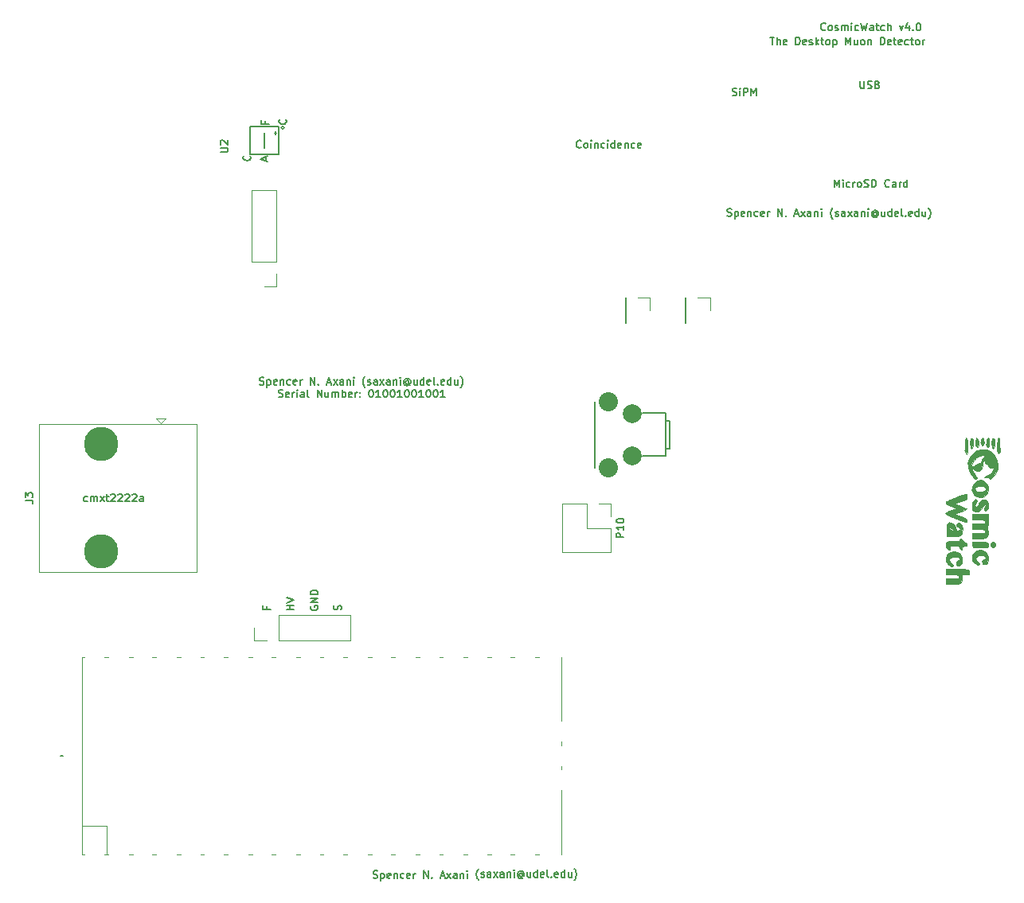
<source format=gbr>
G04 #@! TF.GenerationSoftware,KiCad,Pcbnew,7.0.1-0*
G04 #@! TF.CreationDate,2023-10-17T11:13:41-04:00*
G04 #@! TF.ProjectId,CosmicWatch,436f736d-6963-4576-9174-63682e6b6963,rev?*
G04 #@! TF.SameCoordinates,Original*
G04 #@! TF.FileFunction,Legend,Top*
G04 #@! TF.FilePolarity,Positive*
%FSLAX46Y46*%
G04 Gerber Fmt 4.6, Leading zero omitted, Abs format (unit mm)*
G04 Created by KiCad (PCBNEW 7.0.1-0) date 2023-10-17 11:13:41*
%MOMM*%
%LPD*%
G01*
G04 APERTURE LIST*
%ADD10C,0.150000*%
%ADD11C,0.200000*%
%ADD12C,0.010000*%
%ADD13C,0.120000*%
%ADD14C,2.032000*%
%ADD15C,2.000000*%
%ADD16C,3.650000*%
G04 APERTURE END LIST*
D10*
X138130000Y-115710000D02*
X137930000Y-115710000D01*
X171151428Y-128742000D02*
X171265714Y-128780095D01*
X171265714Y-128780095D02*
X171456190Y-128780095D01*
X171456190Y-128780095D02*
X171532381Y-128742000D01*
X171532381Y-128742000D02*
X171570476Y-128703904D01*
X171570476Y-128703904D02*
X171608571Y-128627714D01*
X171608571Y-128627714D02*
X171608571Y-128551523D01*
X171608571Y-128551523D02*
X171570476Y-128475333D01*
X171570476Y-128475333D02*
X171532381Y-128437238D01*
X171532381Y-128437238D02*
X171456190Y-128399142D01*
X171456190Y-128399142D02*
X171303809Y-128361047D01*
X171303809Y-128361047D02*
X171227619Y-128322952D01*
X171227619Y-128322952D02*
X171189524Y-128284857D01*
X171189524Y-128284857D02*
X171151428Y-128208666D01*
X171151428Y-128208666D02*
X171151428Y-128132476D01*
X171151428Y-128132476D02*
X171189524Y-128056285D01*
X171189524Y-128056285D02*
X171227619Y-128018190D01*
X171227619Y-128018190D02*
X171303809Y-127980095D01*
X171303809Y-127980095D02*
X171494286Y-127980095D01*
X171494286Y-127980095D02*
X171608571Y-128018190D01*
X171951429Y-128246761D02*
X171951429Y-129046761D01*
X171951429Y-128284857D02*
X172027619Y-128246761D01*
X172027619Y-128246761D02*
X172180000Y-128246761D01*
X172180000Y-128246761D02*
X172256191Y-128284857D01*
X172256191Y-128284857D02*
X172294286Y-128322952D01*
X172294286Y-128322952D02*
X172332381Y-128399142D01*
X172332381Y-128399142D02*
X172332381Y-128627714D01*
X172332381Y-128627714D02*
X172294286Y-128703904D01*
X172294286Y-128703904D02*
X172256191Y-128742000D01*
X172256191Y-128742000D02*
X172180000Y-128780095D01*
X172180000Y-128780095D02*
X172027619Y-128780095D01*
X172027619Y-128780095D02*
X171951429Y-128742000D01*
X172980001Y-128742000D02*
X172903810Y-128780095D01*
X172903810Y-128780095D02*
X172751429Y-128780095D01*
X172751429Y-128780095D02*
X172675239Y-128742000D01*
X172675239Y-128742000D02*
X172637143Y-128665809D01*
X172637143Y-128665809D02*
X172637143Y-128361047D01*
X172637143Y-128361047D02*
X172675239Y-128284857D01*
X172675239Y-128284857D02*
X172751429Y-128246761D01*
X172751429Y-128246761D02*
X172903810Y-128246761D01*
X172903810Y-128246761D02*
X172980001Y-128284857D01*
X172980001Y-128284857D02*
X173018096Y-128361047D01*
X173018096Y-128361047D02*
X173018096Y-128437238D01*
X173018096Y-128437238D02*
X172637143Y-128513428D01*
X173360953Y-128246761D02*
X173360953Y-128780095D01*
X173360953Y-128322952D02*
X173399048Y-128284857D01*
X173399048Y-128284857D02*
X173475238Y-128246761D01*
X173475238Y-128246761D02*
X173589524Y-128246761D01*
X173589524Y-128246761D02*
X173665715Y-128284857D01*
X173665715Y-128284857D02*
X173703810Y-128361047D01*
X173703810Y-128361047D02*
X173703810Y-128780095D01*
X174427620Y-128742000D02*
X174351429Y-128780095D01*
X174351429Y-128780095D02*
X174199048Y-128780095D01*
X174199048Y-128780095D02*
X174122858Y-128742000D01*
X174122858Y-128742000D02*
X174084763Y-128703904D01*
X174084763Y-128703904D02*
X174046667Y-128627714D01*
X174046667Y-128627714D02*
X174046667Y-128399142D01*
X174046667Y-128399142D02*
X174084763Y-128322952D01*
X174084763Y-128322952D02*
X174122858Y-128284857D01*
X174122858Y-128284857D02*
X174199048Y-128246761D01*
X174199048Y-128246761D02*
X174351429Y-128246761D01*
X174351429Y-128246761D02*
X174427620Y-128284857D01*
X175075239Y-128742000D02*
X174999048Y-128780095D01*
X174999048Y-128780095D02*
X174846667Y-128780095D01*
X174846667Y-128780095D02*
X174770477Y-128742000D01*
X174770477Y-128742000D02*
X174732381Y-128665809D01*
X174732381Y-128665809D02*
X174732381Y-128361047D01*
X174732381Y-128361047D02*
X174770477Y-128284857D01*
X174770477Y-128284857D02*
X174846667Y-128246761D01*
X174846667Y-128246761D02*
X174999048Y-128246761D01*
X174999048Y-128246761D02*
X175075239Y-128284857D01*
X175075239Y-128284857D02*
X175113334Y-128361047D01*
X175113334Y-128361047D02*
X175113334Y-128437238D01*
X175113334Y-128437238D02*
X174732381Y-128513428D01*
X175456191Y-128780095D02*
X175456191Y-128246761D01*
X175456191Y-128399142D02*
X175494286Y-128322952D01*
X175494286Y-128322952D02*
X175532381Y-128284857D01*
X175532381Y-128284857D02*
X175608572Y-128246761D01*
X175608572Y-128246761D02*
X175684762Y-128246761D01*
X176560953Y-128780095D02*
X176560953Y-127980095D01*
X176560953Y-127980095D02*
X177018096Y-128780095D01*
X177018096Y-128780095D02*
X177018096Y-127980095D01*
X177399048Y-128703904D02*
X177437143Y-128742000D01*
X177437143Y-128742000D02*
X177399048Y-128780095D01*
X177399048Y-128780095D02*
X177360952Y-128742000D01*
X177360952Y-128742000D02*
X177399048Y-128703904D01*
X177399048Y-128703904D02*
X177399048Y-128780095D01*
X178351428Y-128551523D02*
X178732381Y-128551523D01*
X178275238Y-128780095D02*
X178541905Y-127980095D01*
X178541905Y-127980095D02*
X178808571Y-128780095D01*
X178999047Y-128780095D02*
X179418095Y-128246761D01*
X178999047Y-128246761D02*
X179418095Y-128780095D01*
X180065714Y-128780095D02*
X180065714Y-128361047D01*
X180065714Y-128361047D02*
X180027619Y-128284857D01*
X180027619Y-128284857D02*
X179951428Y-128246761D01*
X179951428Y-128246761D02*
X179799047Y-128246761D01*
X179799047Y-128246761D02*
X179722857Y-128284857D01*
X180065714Y-128742000D02*
X179989523Y-128780095D01*
X179989523Y-128780095D02*
X179799047Y-128780095D01*
X179799047Y-128780095D02*
X179722857Y-128742000D01*
X179722857Y-128742000D02*
X179684761Y-128665809D01*
X179684761Y-128665809D02*
X179684761Y-128589619D01*
X179684761Y-128589619D02*
X179722857Y-128513428D01*
X179722857Y-128513428D02*
X179799047Y-128475333D01*
X179799047Y-128475333D02*
X179989523Y-128475333D01*
X179989523Y-128475333D02*
X180065714Y-128437238D01*
X180446667Y-128246761D02*
X180446667Y-128780095D01*
X180446667Y-128322952D02*
X180484762Y-128284857D01*
X180484762Y-128284857D02*
X180560952Y-128246761D01*
X180560952Y-128246761D02*
X180675238Y-128246761D01*
X180675238Y-128246761D02*
X180751429Y-128284857D01*
X180751429Y-128284857D02*
X180789524Y-128361047D01*
X180789524Y-128361047D02*
X180789524Y-128780095D01*
X181170477Y-128780095D02*
X181170477Y-128246761D01*
X181170477Y-127980095D02*
X181132381Y-128018190D01*
X181132381Y-128018190D02*
X181170477Y-128056285D01*
X181170477Y-128056285D02*
X181208572Y-128018190D01*
X181208572Y-128018190D02*
X181170477Y-127980095D01*
X181170477Y-127980095D02*
X181170477Y-128056285D01*
X182364285Y-128974857D02*
X182326190Y-128936761D01*
X182326190Y-128936761D02*
X182249999Y-128822476D01*
X182249999Y-128822476D02*
X182211904Y-128746285D01*
X182211904Y-128746285D02*
X182173809Y-128632000D01*
X182173809Y-128632000D02*
X182135714Y-128441523D01*
X182135714Y-128441523D02*
X182135714Y-128289142D01*
X182135714Y-128289142D02*
X182173809Y-128098666D01*
X182173809Y-128098666D02*
X182211904Y-127984380D01*
X182211904Y-127984380D02*
X182249999Y-127908190D01*
X182249999Y-127908190D02*
X182326190Y-127793904D01*
X182326190Y-127793904D02*
X182364285Y-127755809D01*
X182630951Y-128632000D02*
X182707142Y-128670095D01*
X182707142Y-128670095D02*
X182859523Y-128670095D01*
X182859523Y-128670095D02*
X182935713Y-128632000D01*
X182935713Y-128632000D02*
X182973809Y-128555809D01*
X182973809Y-128555809D02*
X182973809Y-128517714D01*
X182973809Y-128517714D02*
X182935713Y-128441523D01*
X182935713Y-128441523D02*
X182859523Y-128403428D01*
X182859523Y-128403428D02*
X182745237Y-128403428D01*
X182745237Y-128403428D02*
X182669047Y-128365333D01*
X182669047Y-128365333D02*
X182630951Y-128289142D01*
X182630951Y-128289142D02*
X182630951Y-128251047D01*
X182630951Y-128251047D02*
X182669047Y-128174857D01*
X182669047Y-128174857D02*
X182745237Y-128136761D01*
X182745237Y-128136761D02*
X182859523Y-128136761D01*
X182859523Y-128136761D02*
X182935713Y-128174857D01*
X183659523Y-128670095D02*
X183659523Y-128251047D01*
X183659523Y-128251047D02*
X183621428Y-128174857D01*
X183621428Y-128174857D02*
X183545237Y-128136761D01*
X183545237Y-128136761D02*
X183392856Y-128136761D01*
X183392856Y-128136761D02*
X183316666Y-128174857D01*
X183659523Y-128632000D02*
X183583332Y-128670095D01*
X183583332Y-128670095D02*
X183392856Y-128670095D01*
X183392856Y-128670095D02*
X183316666Y-128632000D01*
X183316666Y-128632000D02*
X183278570Y-128555809D01*
X183278570Y-128555809D02*
X183278570Y-128479619D01*
X183278570Y-128479619D02*
X183316666Y-128403428D01*
X183316666Y-128403428D02*
X183392856Y-128365333D01*
X183392856Y-128365333D02*
X183583332Y-128365333D01*
X183583332Y-128365333D02*
X183659523Y-128327238D01*
X183964285Y-128670095D02*
X184383333Y-128136761D01*
X183964285Y-128136761D02*
X184383333Y-128670095D01*
X185030952Y-128670095D02*
X185030952Y-128251047D01*
X185030952Y-128251047D02*
X184992857Y-128174857D01*
X184992857Y-128174857D02*
X184916666Y-128136761D01*
X184916666Y-128136761D02*
X184764285Y-128136761D01*
X184764285Y-128136761D02*
X184688095Y-128174857D01*
X185030952Y-128632000D02*
X184954761Y-128670095D01*
X184954761Y-128670095D02*
X184764285Y-128670095D01*
X184764285Y-128670095D02*
X184688095Y-128632000D01*
X184688095Y-128632000D02*
X184649999Y-128555809D01*
X184649999Y-128555809D02*
X184649999Y-128479619D01*
X184649999Y-128479619D02*
X184688095Y-128403428D01*
X184688095Y-128403428D02*
X184764285Y-128365333D01*
X184764285Y-128365333D02*
X184954761Y-128365333D01*
X184954761Y-128365333D02*
X185030952Y-128327238D01*
X185411905Y-128136761D02*
X185411905Y-128670095D01*
X185411905Y-128212952D02*
X185450000Y-128174857D01*
X185450000Y-128174857D02*
X185526190Y-128136761D01*
X185526190Y-128136761D02*
X185640476Y-128136761D01*
X185640476Y-128136761D02*
X185716667Y-128174857D01*
X185716667Y-128174857D02*
X185754762Y-128251047D01*
X185754762Y-128251047D02*
X185754762Y-128670095D01*
X186135715Y-128670095D02*
X186135715Y-128136761D01*
X186135715Y-127870095D02*
X186097619Y-127908190D01*
X186097619Y-127908190D02*
X186135715Y-127946285D01*
X186135715Y-127946285D02*
X186173810Y-127908190D01*
X186173810Y-127908190D02*
X186135715Y-127870095D01*
X186135715Y-127870095D02*
X186135715Y-127946285D01*
X187011905Y-128289142D02*
X186973810Y-128251047D01*
X186973810Y-128251047D02*
X186897619Y-128212952D01*
X186897619Y-128212952D02*
X186821429Y-128212952D01*
X186821429Y-128212952D02*
X186745238Y-128251047D01*
X186745238Y-128251047D02*
X186707143Y-128289142D01*
X186707143Y-128289142D02*
X186669048Y-128365333D01*
X186669048Y-128365333D02*
X186669048Y-128441523D01*
X186669048Y-128441523D02*
X186707143Y-128517714D01*
X186707143Y-128517714D02*
X186745238Y-128555809D01*
X186745238Y-128555809D02*
X186821429Y-128593904D01*
X186821429Y-128593904D02*
X186897619Y-128593904D01*
X186897619Y-128593904D02*
X186973810Y-128555809D01*
X186973810Y-128555809D02*
X187011905Y-128517714D01*
X187011905Y-128212952D02*
X187011905Y-128517714D01*
X187011905Y-128517714D02*
X187050000Y-128555809D01*
X187050000Y-128555809D02*
X187088095Y-128555809D01*
X187088095Y-128555809D02*
X187164286Y-128517714D01*
X187164286Y-128517714D02*
X187202381Y-128441523D01*
X187202381Y-128441523D02*
X187202381Y-128251047D01*
X187202381Y-128251047D02*
X187126191Y-128136761D01*
X187126191Y-128136761D02*
X187011905Y-128060571D01*
X187011905Y-128060571D02*
X186859524Y-128022476D01*
X186859524Y-128022476D02*
X186707143Y-128060571D01*
X186707143Y-128060571D02*
X186592857Y-128136761D01*
X186592857Y-128136761D02*
X186516667Y-128251047D01*
X186516667Y-128251047D02*
X186478571Y-128403428D01*
X186478571Y-128403428D02*
X186516667Y-128555809D01*
X186516667Y-128555809D02*
X186592857Y-128670095D01*
X186592857Y-128670095D02*
X186707143Y-128746285D01*
X186707143Y-128746285D02*
X186859524Y-128784380D01*
X186859524Y-128784380D02*
X187011905Y-128746285D01*
X187011905Y-128746285D02*
X187126191Y-128670095D01*
X187888095Y-128136761D02*
X187888095Y-128670095D01*
X187545238Y-128136761D02*
X187545238Y-128555809D01*
X187545238Y-128555809D02*
X187583333Y-128632000D01*
X187583333Y-128632000D02*
X187659523Y-128670095D01*
X187659523Y-128670095D02*
X187773809Y-128670095D01*
X187773809Y-128670095D02*
X187850000Y-128632000D01*
X187850000Y-128632000D02*
X187888095Y-128593904D01*
X188611905Y-128670095D02*
X188611905Y-127870095D01*
X188611905Y-128632000D02*
X188535714Y-128670095D01*
X188535714Y-128670095D02*
X188383333Y-128670095D01*
X188383333Y-128670095D02*
X188307143Y-128632000D01*
X188307143Y-128632000D02*
X188269048Y-128593904D01*
X188269048Y-128593904D02*
X188230952Y-128517714D01*
X188230952Y-128517714D02*
X188230952Y-128289142D01*
X188230952Y-128289142D02*
X188269048Y-128212952D01*
X188269048Y-128212952D02*
X188307143Y-128174857D01*
X188307143Y-128174857D02*
X188383333Y-128136761D01*
X188383333Y-128136761D02*
X188535714Y-128136761D01*
X188535714Y-128136761D02*
X188611905Y-128174857D01*
X189297620Y-128632000D02*
X189221429Y-128670095D01*
X189221429Y-128670095D02*
X189069048Y-128670095D01*
X189069048Y-128670095D02*
X188992858Y-128632000D01*
X188992858Y-128632000D02*
X188954762Y-128555809D01*
X188954762Y-128555809D02*
X188954762Y-128251047D01*
X188954762Y-128251047D02*
X188992858Y-128174857D01*
X188992858Y-128174857D02*
X189069048Y-128136761D01*
X189069048Y-128136761D02*
X189221429Y-128136761D01*
X189221429Y-128136761D02*
X189297620Y-128174857D01*
X189297620Y-128174857D02*
X189335715Y-128251047D01*
X189335715Y-128251047D02*
X189335715Y-128327238D01*
X189335715Y-128327238D02*
X188954762Y-128403428D01*
X189792857Y-128670095D02*
X189716667Y-128632000D01*
X189716667Y-128632000D02*
X189678572Y-128555809D01*
X189678572Y-128555809D02*
X189678572Y-127870095D01*
X190097620Y-128593904D02*
X190135715Y-128632000D01*
X190135715Y-128632000D02*
X190097620Y-128670095D01*
X190097620Y-128670095D02*
X190059524Y-128632000D01*
X190059524Y-128632000D02*
X190097620Y-128593904D01*
X190097620Y-128593904D02*
X190097620Y-128670095D01*
X190783334Y-128632000D02*
X190707143Y-128670095D01*
X190707143Y-128670095D02*
X190554762Y-128670095D01*
X190554762Y-128670095D02*
X190478572Y-128632000D01*
X190478572Y-128632000D02*
X190440476Y-128555809D01*
X190440476Y-128555809D02*
X190440476Y-128251047D01*
X190440476Y-128251047D02*
X190478572Y-128174857D01*
X190478572Y-128174857D02*
X190554762Y-128136761D01*
X190554762Y-128136761D02*
X190707143Y-128136761D01*
X190707143Y-128136761D02*
X190783334Y-128174857D01*
X190783334Y-128174857D02*
X190821429Y-128251047D01*
X190821429Y-128251047D02*
X190821429Y-128327238D01*
X190821429Y-128327238D02*
X190440476Y-128403428D01*
X191507143Y-128670095D02*
X191507143Y-127870095D01*
X191507143Y-128632000D02*
X191430952Y-128670095D01*
X191430952Y-128670095D02*
X191278571Y-128670095D01*
X191278571Y-128670095D02*
X191202381Y-128632000D01*
X191202381Y-128632000D02*
X191164286Y-128593904D01*
X191164286Y-128593904D02*
X191126190Y-128517714D01*
X191126190Y-128517714D02*
X191126190Y-128289142D01*
X191126190Y-128289142D02*
X191164286Y-128212952D01*
X191164286Y-128212952D02*
X191202381Y-128174857D01*
X191202381Y-128174857D02*
X191278571Y-128136761D01*
X191278571Y-128136761D02*
X191430952Y-128136761D01*
X191430952Y-128136761D02*
X191507143Y-128174857D01*
X192230953Y-128136761D02*
X192230953Y-128670095D01*
X191888096Y-128136761D02*
X191888096Y-128555809D01*
X191888096Y-128555809D02*
X191926191Y-128632000D01*
X191926191Y-128632000D02*
X192002381Y-128670095D01*
X192002381Y-128670095D02*
X192116667Y-128670095D01*
X192116667Y-128670095D02*
X192192858Y-128632000D01*
X192192858Y-128632000D02*
X192230953Y-128593904D01*
X192535715Y-128974857D02*
X192573810Y-128936761D01*
X192573810Y-128936761D02*
X192650001Y-128822476D01*
X192650001Y-128822476D02*
X192688096Y-128746285D01*
X192688096Y-128746285D02*
X192726191Y-128632000D01*
X192726191Y-128632000D02*
X192764287Y-128441523D01*
X192764287Y-128441523D02*
X192764287Y-128289142D01*
X192764287Y-128289142D02*
X192726191Y-128098666D01*
X192726191Y-128098666D02*
X192688096Y-127984380D01*
X192688096Y-127984380D02*
X192650001Y-127908190D01*
X192650001Y-127908190D02*
X192573810Y-127793904D01*
X192573810Y-127793904D02*
X192535715Y-127755809D01*
X140789047Y-88642000D02*
X140712856Y-88680095D01*
X140712856Y-88680095D02*
X140560475Y-88680095D01*
X140560475Y-88680095D02*
X140484285Y-88642000D01*
X140484285Y-88642000D02*
X140446190Y-88603904D01*
X140446190Y-88603904D02*
X140408094Y-88527714D01*
X140408094Y-88527714D02*
X140408094Y-88299142D01*
X140408094Y-88299142D02*
X140446190Y-88222952D01*
X140446190Y-88222952D02*
X140484285Y-88184857D01*
X140484285Y-88184857D02*
X140560475Y-88146761D01*
X140560475Y-88146761D02*
X140712856Y-88146761D01*
X140712856Y-88146761D02*
X140789047Y-88184857D01*
X141131904Y-88680095D02*
X141131904Y-88146761D01*
X141131904Y-88222952D02*
X141169999Y-88184857D01*
X141169999Y-88184857D02*
X141246189Y-88146761D01*
X141246189Y-88146761D02*
X141360475Y-88146761D01*
X141360475Y-88146761D02*
X141436666Y-88184857D01*
X141436666Y-88184857D02*
X141474761Y-88261047D01*
X141474761Y-88261047D02*
X141474761Y-88680095D01*
X141474761Y-88261047D02*
X141512856Y-88184857D01*
X141512856Y-88184857D02*
X141589047Y-88146761D01*
X141589047Y-88146761D02*
X141703332Y-88146761D01*
X141703332Y-88146761D02*
X141779523Y-88184857D01*
X141779523Y-88184857D02*
X141817618Y-88261047D01*
X141817618Y-88261047D02*
X141817618Y-88680095D01*
X142122380Y-88680095D02*
X142541428Y-88146761D01*
X142122380Y-88146761D02*
X142541428Y-88680095D01*
X142731904Y-88146761D02*
X143036666Y-88146761D01*
X142846190Y-87880095D02*
X142846190Y-88565809D01*
X142846190Y-88565809D02*
X142884285Y-88642000D01*
X142884285Y-88642000D02*
X142960475Y-88680095D01*
X142960475Y-88680095D02*
X143036666Y-88680095D01*
X143265237Y-87956285D02*
X143303333Y-87918190D01*
X143303333Y-87918190D02*
X143379523Y-87880095D01*
X143379523Y-87880095D02*
X143569999Y-87880095D01*
X143569999Y-87880095D02*
X143646190Y-87918190D01*
X143646190Y-87918190D02*
X143684285Y-87956285D01*
X143684285Y-87956285D02*
X143722380Y-88032476D01*
X143722380Y-88032476D02*
X143722380Y-88108666D01*
X143722380Y-88108666D02*
X143684285Y-88222952D01*
X143684285Y-88222952D02*
X143227142Y-88680095D01*
X143227142Y-88680095D02*
X143722380Y-88680095D01*
X144027142Y-87956285D02*
X144065238Y-87918190D01*
X144065238Y-87918190D02*
X144141428Y-87880095D01*
X144141428Y-87880095D02*
X144331904Y-87880095D01*
X144331904Y-87880095D02*
X144408095Y-87918190D01*
X144408095Y-87918190D02*
X144446190Y-87956285D01*
X144446190Y-87956285D02*
X144484285Y-88032476D01*
X144484285Y-88032476D02*
X144484285Y-88108666D01*
X144484285Y-88108666D02*
X144446190Y-88222952D01*
X144446190Y-88222952D02*
X143989047Y-88680095D01*
X143989047Y-88680095D02*
X144484285Y-88680095D01*
X144789047Y-87956285D02*
X144827143Y-87918190D01*
X144827143Y-87918190D02*
X144903333Y-87880095D01*
X144903333Y-87880095D02*
X145093809Y-87880095D01*
X145093809Y-87880095D02*
X145170000Y-87918190D01*
X145170000Y-87918190D02*
X145208095Y-87956285D01*
X145208095Y-87956285D02*
X145246190Y-88032476D01*
X145246190Y-88032476D02*
X145246190Y-88108666D01*
X145246190Y-88108666D02*
X145208095Y-88222952D01*
X145208095Y-88222952D02*
X144750952Y-88680095D01*
X144750952Y-88680095D02*
X145246190Y-88680095D01*
X145550952Y-87956285D02*
X145589048Y-87918190D01*
X145589048Y-87918190D02*
X145665238Y-87880095D01*
X145665238Y-87880095D02*
X145855714Y-87880095D01*
X145855714Y-87880095D02*
X145931905Y-87918190D01*
X145931905Y-87918190D02*
X145970000Y-87956285D01*
X145970000Y-87956285D02*
X146008095Y-88032476D01*
X146008095Y-88032476D02*
X146008095Y-88108666D01*
X146008095Y-88108666D02*
X145970000Y-88222952D01*
X145970000Y-88222952D02*
X145512857Y-88680095D01*
X145512857Y-88680095D02*
X146008095Y-88680095D01*
X146693810Y-88680095D02*
X146693810Y-88261047D01*
X146693810Y-88261047D02*
X146655715Y-88184857D01*
X146655715Y-88184857D02*
X146579524Y-88146761D01*
X146579524Y-88146761D02*
X146427143Y-88146761D01*
X146427143Y-88146761D02*
X146350953Y-88184857D01*
X146693810Y-88642000D02*
X146617619Y-88680095D01*
X146617619Y-88680095D02*
X146427143Y-88680095D01*
X146427143Y-88680095D02*
X146350953Y-88642000D01*
X146350953Y-88642000D02*
X146312857Y-88565809D01*
X146312857Y-88565809D02*
X146312857Y-88489619D01*
X146312857Y-88489619D02*
X146350953Y-88413428D01*
X146350953Y-88413428D02*
X146427143Y-88375333D01*
X146427143Y-88375333D02*
X146617619Y-88375333D01*
X146617619Y-88375333D02*
X146693810Y-88337238D01*
D11*
X193252619Y-50978904D02*
X193214523Y-51017000D01*
X193214523Y-51017000D02*
X193100238Y-51055095D01*
X193100238Y-51055095D02*
X193024047Y-51055095D01*
X193024047Y-51055095D02*
X192909761Y-51017000D01*
X192909761Y-51017000D02*
X192833571Y-50940809D01*
X192833571Y-50940809D02*
X192795476Y-50864619D01*
X192795476Y-50864619D02*
X192757380Y-50712238D01*
X192757380Y-50712238D02*
X192757380Y-50597952D01*
X192757380Y-50597952D02*
X192795476Y-50445571D01*
X192795476Y-50445571D02*
X192833571Y-50369380D01*
X192833571Y-50369380D02*
X192909761Y-50293190D01*
X192909761Y-50293190D02*
X193024047Y-50255095D01*
X193024047Y-50255095D02*
X193100238Y-50255095D01*
X193100238Y-50255095D02*
X193214523Y-50293190D01*
X193214523Y-50293190D02*
X193252619Y-50331285D01*
X193709761Y-51055095D02*
X193633571Y-51017000D01*
X193633571Y-51017000D02*
X193595476Y-50978904D01*
X193595476Y-50978904D02*
X193557380Y-50902714D01*
X193557380Y-50902714D02*
X193557380Y-50674142D01*
X193557380Y-50674142D02*
X193595476Y-50597952D01*
X193595476Y-50597952D02*
X193633571Y-50559857D01*
X193633571Y-50559857D02*
X193709761Y-50521761D01*
X193709761Y-50521761D02*
X193824047Y-50521761D01*
X193824047Y-50521761D02*
X193900238Y-50559857D01*
X193900238Y-50559857D02*
X193938333Y-50597952D01*
X193938333Y-50597952D02*
X193976428Y-50674142D01*
X193976428Y-50674142D02*
X193976428Y-50902714D01*
X193976428Y-50902714D02*
X193938333Y-50978904D01*
X193938333Y-50978904D02*
X193900238Y-51017000D01*
X193900238Y-51017000D02*
X193824047Y-51055095D01*
X193824047Y-51055095D02*
X193709761Y-51055095D01*
X194319286Y-51055095D02*
X194319286Y-50521761D01*
X194319286Y-50255095D02*
X194281190Y-50293190D01*
X194281190Y-50293190D02*
X194319286Y-50331285D01*
X194319286Y-50331285D02*
X194357381Y-50293190D01*
X194357381Y-50293190D02*
X194319286Y-50255095D01*
X194319286Y-50255095D02*
X194319286Y-50331285D01*
X194700238Y-50521761D02*
X194700238Y-51055095D01*
X194700238Y-50597952D02*
X194738333Y-50559857D01*
X194738333Y-50559857D02*
X194814523Y-50521761D01*
X194814523Y-50521761D02*
X194928809Y-50521761D01*
X194928809Y-50521761D02*
X195005000Y-50559857D01*
X195005000Y-50559857D02*
X195043095Y-50636047D01*
X195043095Y-50636047D02*
X195043095Y-51055095D01*
X195766905Y-51017000D02*
X195690714Y-51055095D01*
X195690714Y-51055095D02*
X195538333Y-51055095D01*
X195538333Y-51055095D02*
X195462143Y-51017000D01*
X195462143Y-51017000D02*
X195424048Y-50978904D01*
X195424048Y-50978904D02*
X195385952Y-50902714D01*
X195385952Y-50902714D02*
X195385952Y-50674142D01*
X195385952Y-50674142D02*
X195424048Y-50597952D01*
X195424048Y-50597952D02*
X195462143Y-50559857D01*
X195462143Y-50559857D02*
X195538333Y-50521761D01*
X195538333Y-50521761D02*
X195690714Y-50521761D01*
X195690714Y-50521761D02*
X195766905Y-50559857D01*
X196109762Y-51055095D02*
X196109762Y-50521761D01*
X196109762Y-50255095D02*
X196071666Y-50293190D01*
X196071666Y-50293190D02*
X196109762Y-50331285D01*
X196109762Y-50331285D02*
X196147857Y-50293190D01*
X196147857Y-50293190D02*
X196109762Y-50255095D01*
X196109762Y-50255095D02*
X196109762Y-50331285D01*
X196833571Y-51055095D02*
X196833571Y-50255095D01*
X196833571Y-51017000D02*
X196757380Y-51055095D01*
X196757380Y-51055095D02*
X196604999Y-51055095D01*
X196604999Y-51055095D02*
X196528809Y-51017000D01*
X196528809Y-51017000D02*
X196490714Y-50978904D01*
X196490714Y-50978904D02*
X196452618Y-50902714D01*
X196452618Y-50902714D02*
X196452618Y-50674142D01*
X196452618Y-50674142D02*
X196490714Y-50597952D01*
X196490714Y-50597952D02*
X196528809Y-50559857D01*
X196528809Y-50559857D02*
X196604999Y-50521761D01*
X196604999Y-50521761D02*
X196757380Y-50521761D01*
X196757380Y-50521761D02*
X196833571Y-50559857D01*
X197519286Y-51017000D02*
X197443095Y-51055095D01*
X197443095Y-51055095D02*
X197290714Y-51055095D01*
X197290714Y-51055095D02*
X197214524Y-51017000D01*
X197214524Y-51017000D02*
X197176428Y-50940809D01*
X197176428Y-50940809D02*
X197176428Y-50636047D01*
X197176428Y-50636047D02*
X197214524Y-50559857D01*
X197214524Y-50559857D02*
X197290714Y-50521761D01*
X197290714Y-50521761D02*
X197443095Y-50521761D01*
X197443095Y-50521761D02*
X197519286Y-50559857D01*
X197519286Y-50559857D02*
X197557381Y-50636047D01*
X197557381Y-50636047D02*
X197557381Y-50712238D01*
X197557381Y-50712238D02*
X197176428Y-50788428D01*
X197900238Y-50521761D02*
X197900238Y-51055095D01*
X197900238Y-50597952D02*
X197938333Y-50559857D01*
X197938333Y-50559857D02*
X198014523Y-50521761D01*
X198014523Y-50521761D02*
X198128809Y-50521761D01*
X198128809Y-50521761D02*
X198205000Y-50559857D01*
X198205000Y-50559857D02*
X198243095Y-50636047D01*
X198243095Y-50636047D02*
X198243095Y-51055095D01*
X198966905Y-51017000D02*
X198890714Y-51055095D01*
X198890714Y-51055095D02*
X198738333Y-51055095D01*
X198738333Y-51055095D02*
X198662143Y-51017000D01*
X198662143Y-51017000D02*
X198624048Y-50978904D01*
X198624048Y-50978904D02*
X198585952Y-50902714D01*
X198585952Y-50902714D02*
X198585952Y-50674142D01*
X198585952Y-50674142D02*
X198624048Y-50597952D01*
X198624048Y-50597952D02*
X198662143Y-50559857D01*
X198662143Y-50559857D02*
X198738333Y-50521761D01*
X198738333Y-50521761D02*
X198890714Y-50521761D01*
X198890714Y-50521761D02*
X198966905Y-50559857D01*
X199614524Y-51017000D02*
X199538333Y-51055095D01*
X199538333Y-51055095D02*
X199385952Y-51055095D01*
X199385952Y-51055095D02*
X199309762Y-51017000D01*
X199309762Y-51017000D02*
X199271666Y-50940809D01*
X199271666Y-50940809D02*
X199271666Y-50636047D01*
X199271666Y-50636047D02*
X199309762Y-50559857D01*
X199309762Y-50559857D02*
X199385952Y-50521761D01*
X199385952Y-50521761D02*
X199538333Y-50521761D01*
X199538333Y-50521761D02*
X199614524Y-50559857D01*
X199614524Y-50559857D02*
X199652619Y-50636047D01*
X199652619Y-50636047D02*
X199652619Y-50712238D01*
X199652619Y-50712238D02*
X199271666Y-50788428D01*
X220213333Y-55230095D02*
X220213333Y-54430095D01*
X220213333Y-54430095D02*
X220479999Y-55001523D01*
X220479999Y-55001523D02*
X220746666Y-54430095D01*
X220746666Y-54430095D02*
X220746666Y-55230095D01*
X221127619Y-55230095D02*
X221127619Y-54696761D01*
X221127619Y-54430095D02*
X221089523Y-54468190D01*
X221089523Y-54468190D02*
X221127619Y-54506285D01*
X221127619Y-54506285D02*
X221165714Y-54468190D01*
X221165714Y-54468190D02*
X221127619Y-54430095D01*
X221127619Y-54430095D02*
X221127619Y-54506285D01*
X221851428Y-55192000D02*
X221775237Y-55230095D01*
X221775237Y-55230095D02*
X221622856Y-55230095D01*
X221622856Y-55230095D02*
X221546666Y-55192000D01*
X221546666Y-55192000D02*
X221508571Y-55153904D01*
X221508571Y-55153904D02*
X221470475Y-55077714D01*
X221470475Y-55077714D02*
X221470475Y-54849142D01*
X221470475Y-54849142D02*
X221508571Y-54772952D01*
X221508571Y-54772952D02*
X221546666Y-54734857D01*
X221546666Y-54734857D02*
X221622856Y-54696761D01*
X221622856Y-54696761D02*
X221775237Y-54696761D01*
X221775237Y-54696761D02*
X221851428Y-54734857D01*
X222194285Y-55230095D02*
X222194285Y-54696761D01*
X222194285Y-54849142D02*
X222232380Y-54772952D01*
X222232380Y-54772952D02*
X222270475Y-54734857D01*
X222270475Y-54734857D02*
X222346666Y-54696761D01*
X222346666Y-54696761D02*
X222422856Y-54696761D01*
X222803808Y-55230095D02*
X222727618Y-55192000D01*
X222727618Y-55192000D02*
X222689523Y-55153904D01*
X222689523Y-55153904D02*
X222651427Y-55077714D01*
X222651427Y-55077714D02*
X222651427Y-54849142D01*
X222651427Y-54849142D02*
X222689523Y-54772952D01*
X222689523Y-54772952D02*
X222727618Y-54734857D01*
X222727618Y-54734857D02*
X222803808Y-54696761D01*
X222803808Y-54696761D02*
X222918094Y-54696761D01*
X222918094Y-54696761D02*
X222994285Y-54734857D01*
X222994285Y-54734857D02*
X223032380Y-54772952D01*
X223032380Y-54772952D02*
X223070475Y-54849142D01*
X223070475Y-54849142D02*
X223070475Y-55077714D01*
X223070475Y-55077714D02*
X223032380Y-55153904D01*
X223032380Y-55153904D02*
X222994285Y-55192000D01*
X222994285Y-55192000D02*
X222918094Y-55230095D01*
X222918094Y-55230095D02*
X222803808Y-55230095D01*
X223375237Y-55192000D02*
X223489523Y-55230095D01*
X223489523Y-55230095D02*
X223679999Y-55230095D01*
X223679999Y-55230095D02*
X223756190Y-55192000D01*
X223756190Y-55192000D02*
X223794285Y-55153904D01*
X223794285Y-55153904D02*
X223832380Y-55077714D01*
X223832380Y-55077714D02*
X223832380Y-55001523D01*
X223832380Y-55001523D02*
X223794285Y-54925333D01*
X223794285Y-54925333D02*
X223756190Y-54887238D01*
X223756190Y-54887238D02*
X223679999Y-54849142D01*
X223679999Y-54849142D02*
X223527618Y-54811047D01*
X223527618Y-54811047D02*
X223451428Y-54772952D01*
X223451428Y-54772952D02*
X223413333Y-54734857D01*
X223413333Y-54734857D02*
X223375237Y-54658666D01*
X223375237Y-54658666D02*
X223375237Y-54582476D01*
X223375237Y-54582476D02*
X223413333Y-54506285D01*
X223413333Y-54506285D02*
X223451428Y-54468190D01*
X223451428Y-54468190D02*
X223527618Y-54430095D01*
X223527618Y-54430095D02*
X223718095Y-54430095D01*
X223718095Y-54430095D02*
X223832380Y-54468190D01*
X224175238Y-55230095D02*
X224175238Y-54430095D01*
X224175238Y-54430095D02*
X224365714Y-54430095D01*
X224365714Y-54430095D02*
X224480000Y-54468190D01*
X224480000Y-54468190D02*
X224556190Y-54544380D01*
X224556190Y-54544380D02*
X224594285Y-54620571D01*
X224594285Y-54620571D02*
X224632381Y-54772952D01*
X224632381Y-54772952D02*
X224632381Y-54887238D01*
X224632381Y-54887238D02*
X224594285Y-55039619D01*
X224594285Y-55039619D02*
X224556190Y-55115809D01*
X224556190Y-55115809D02*
X224480000Y-55192000D01*
X224480000Y-55192000D02*
X224365714Y-55230095D01*
X224365714Y-55230095D02*
X224175238Y-55230095D01*
X226041905Y-55153904D02*
X226003809Y-55192000D01*
X226003809Y-55192000D02*
X225889524Y-55230095D01*
X225889524Y-55230095D02*
X225813333Y-55230095D01*
X225813333Y-55230095D02*
X225699047Y-55192000D01*
X225699047Y-55192000D02*
X225622857Y-55115809D01*
X225622857Y-55115809D02*
X225584762Y-55039619D01*
X225584762Y-55039619D02*
X225546666Y-54887238D01*
X225546666Y-54887238D02*
X225546666Y-54772952D01*
X225546666Y-54772952D02*
X225584762Y-54620571D01*
X225584762Y-54620571D02*
X225622857Y-54544380D01*
X225622857Y-54544380D02*
X225699047Y-54468190D01*
X225699047Y-54468190D02*
X225813333Y-54430095D01*
X225813333Y-54430095D02*
X225889524Y-54430095D01*
X225889524Y-54430095D02*
X226003809Y-54468190D01*
X226003809Y-54468190D02*
X226041905Y-54506285D01*
X226727619Y-55230095D02*
X226727619Y-54811047D01*
X226727619Y-54811047D02*
X226689524Y-54734857D01*
X226689524Y-54734857D02*
X226613333Y-54696761D01*
X226613333Y-54696761D02*
X226460952Y-54696761D01*
X226460952Y-54696761D02*
X226384762Y-54734857D01*
X226727619Y-55192000D02*
X226651428Y-55230095D01*
X226651428Y-55230095D02*
X226460952Y-55230095D01*
X226460952Y-55230095D02*
X226384762Y-55192000D01*
X226384762Y-55192000D02*
X226346666Y-55115809D01*
X226346666Y-55115809D02*
X226346666Y-55039619D01*
X226346666Y-55039619D02*
X226384762Y-54963428D01*
X226384762Y-54963428D02*
X226460952Y-54925333D01*
X226460952Y-54925333D02*
X226651428Y-54925333D01*
X226651428Y-54925333D02*
X226727619Y-54887238D01*
X227108572Y-55230095D02*
X227108572Y-54696761D01*
X227108572Y-54849142D02*
X227146667Y-54772952D01*
X227146667Y-54772952D02*
X227184762Y-54734857D01*
X227184762Y-54734857D02*
X227260953Y-54696761D01*
X227260953Y-54696761D02*
X227337143Y-54696761D01*
X227946667Y-55230095D02*
X227946667Y-54430095D01*
X227946667Y-55192000D02*
X227870476Y-55230095D01*
X227870476Y-55230095D02*
X227718095Y-55230095D01*
X227718095Y-55230095D02*
X227641905Y-55192000D01*
X227641905Y-55192000D02*
X227603810Y-55153904D01*
X227603810Y-55153904D02*
X227565714Y-55077714D01*
X227565714Y-55077714D02*
X227565714Y-54849142D01*
X227565714Y-54849142D02*
X227603810Y-54772952D01*
X227603810Y-54772952D02*
X227641905Y-54734857D01*
X227641905Y-54734857D02*
X227718095Y-54696761D01*
X227718095Y-54696761D02*
X227870476Y-54696761D01*
X227870476Y-54696761D02*
X227946667Y-54734857D01*
X209353809Y-45442000D02*
X209468095Y-45480095D01*
X209468095Y-45480095D02*
X209658571Y-45480095D01*
X209658571Y-45480095D02*
X209734762Y-45442000D01*
X209734762Y-45442000D02*
X209772857Y-45403904D01*
X209772857Y-45403904D02*
X209810952Y-45327714D01*
X209810952Y-45327714D02*
X209810952Y-45251523D01*
X209810952Y-45251523D02*
X209772857Y-45175333D01*
X209772857Y-45175333D02*
X209734762Y-45137238D01*
X209734762Y-45137238D02*
X209658571Y-45099142D01*
X209658571Y-45099142D02*
X209506190Y-45061047D01*
X209506190Y-45061047D02*
X209430000Y-45022952D01*
X209430000Y-45022952D02*
X209391905Y-44984857D01*
X209391905Y-44984857D02*
X209353809Y-44908666D01*
X209353809Y-44908666D02*
X209353809Y-44832476D01*
X209353809Y-44832476D02*
X209391905Y-44756285D01*
X209391905Y-44756285D02*
X209430000Y-44718190D01*
X209430000Y-44718190D02*
X209506190Y-44680095D01*
X209506190Y-44680095D02*
X209696667Y-44680095D01*
X209696667Y-44680095D02*
X209810952Y-44718190D01*
X210153810Y-45480095D02*
X210153810Y-44946761D01*
X210153810Y-44680095D02*
X210115714Y-44718190D01*
X210115714Y-44718190D02*
X210153810Y-44756285D01*
X210153810Y-44756285D02*
X210191905Y-44718190D01*
X210191905Y-44718190D02*
X210153810Y-44680095D01*
X210153810Y-44680095D02*
X210153810Y-44756285D01*
X210534762Y-45480095D02*
X210534762Y-44680095D01*
X210534762Y-44680095D02*
X210839524Y-44680095D01*
X210839524Y-44680095D02*
X210915714Y-44718190D01*
X210915714Y-44718190D02*
X210953809Y-44756285D01*
X210953809Y-44756285D02*
X210991905Y-44832476D01*
X210991905Y-44832476D02*
X210991905Y-44946761D01*
X210991905Y-44946761D02*
X210953809Y-45022952D01*
X210953809Y-45022952D02*
X210915714Y-45061047D01*
X210915714Y-45061047D02*
X210839524Y-45099142D01*
X210839524Y-45099142D02*
X210534762Y-45099142D01*
X211334762Y-45480095D02*
X211334762Y-44680095D01*
X211334762Y-44680095D02*
X211601428Y-45251523D01*
X211601428Y-45251523D02*
X211868095Y-44680095D01*
X211868095Y-44680095D02*
X211868095Y-45480095D01*
X219244284Y-38480904D02*
X219206188Y-38519000D01*
X219206188Y-38519000D02*
X219091903Y-38557095D01*
X219091903Y-38557095D02*
X219015712Y-38557095D01*
X219015712Y-38557095D02*
X218901426Y-38519000D01*
X218901426Y-38519000D02*
X218825236Y-38442809D01*
X218825236Y-38442809D02*
X218787141Y-38366619D01*
X218787141Y-38366619D02*
X218749045Y-38214238D01*
X218749045Y-38214238D02*
X218749045Y-38099952D01*
X218749045Y-38099952D02*
X218787141Y-37947571D01*
X218787141Y-37947571D02*
X218825236Y-37871380D01*
X218825236Y-37871380D02*
X218901426Y-37795190D01*
X218901426Y-37795190D02*
X219015712Y-37757095D01*
X219015712Y-37757095D02*
X219091903Y-37757095D01*
X219091903Y-37757095D02*
X219206188Y-37795190D01*
X219206188Y-37795190D02*
X219244284Y-37833285D01*
X219701426Y-38557095D02*
X219625236Y-38519000D01*
X219625236Y-38519000D02*
X219587141Y-38480904D01*
X219587141Y-38480904D02*
X219549045Y-38404714D01*
X219549045Y-38404714D02*
X219549045Y-38176142D01*
X219549045Y-38176142D02*
X219587141Y-38099952D01*
X219587141Y-38099952D02*
X219625236Y-38061857D01*
X219625236Y-38061857D02*
X219701426Y-38023761D01*
X219701426Y-38023761D02*
X219815712Y-38023761D01*
X219815712Y-38023761D02*
X219891903Y-38061857D01*
X219891903Y-38061857D02*
X219929998Y-38099952D01*
X219929998Y-38099952D02*
X219968093Y-38176142D01*
X219968093Y-38176142D02*
X219968093Y-38404714D01*
X219968093Y-38404714D02*
X219929998Y-38480904D01*
X219929998Y-38480904D02*
X219891903Y-38519000D01*
X219891903Y-38519000D02*
X219815712Y-38557095D01*
X219815712Y-38557095D02*
X219701426Y-38557095D01*
X220272855Y-38519000D02*
X220349046Y-38557095D01*
X220349046Y-38557095D02*
X220501427Y-38557095D01*
X220501427Y-38557095D02*
X220577617Y-38519000D01*
X220577617Y-38519000D02*
X220615713Y-38442809D01*
X220615713Y-38442809D02*
X220615713Y-38404714D01*
X220615713Y-38404714D02*
X220577617Y-38328523D01*
X220577617Y-38328523D02*
X220501427Y-38290428D01*
X220501427Y-38290428D02*
X220387141Y-38290428D01*
X220387141Y-38290428D02*
X220310951Y-38252333D01*
X220310951Y-38252333D02*
X220272855Y-38176142D01*
X220272855Y-38176142D02*
X220272855Y-38138047D01*
X220272855Y-38138047D02*
X220310951Y-38061857D01*
X220310951Y-38061857D02*
X220387141Y-38023761D01*
X220387141Y-38023761D02*
X220501427Y-38023761D01*
X220501427Y-38023761D02*
X220577617Y-38061857D01*
X220958570Y-38557095D02*
X220958570Y-38023761D01*
X220958570Y-38099952D02*
X220996665Y-38061857D01*
X220996665Y-38061857D02*
X221072855Y-38023761D01*
X221072855Y-38023761D02*
X221187141Y-38023761D01*
X221187141Y-38023761D02*
X221263332Y-38061857D01*
X221263332Y-38061857D02*
X221301427Y-38138047D01*
X221301427Y-38138047D02*
X221301427Y-38557095D01*
X221301427Y-38138047D02*
X221339522Y-38061857D01*
X221339522Y-38061857D02*
X221415713Y-38023761D01*
X221415713Y-38023761D02*
X221529998Y-38023761D01*
X221529998Y-38023761D02*
X221606189Y-38061857D01*
X221606189Y-38061857D02*
X221644284Y-38138047D01*
X221644284Y-38138047D02*
X221644284Y-38557095D01*
X222025237Y-38557095D02*
X222025237Y-38023761D01*
X222025237Y-37757095D02*
X221987141Y-37795190D01*
X221987141Y-37795190D02*
X222025237Y-37833285D01*
X222025237Y-37833285D02*
X222063332Y-37795190D01*
X222063332Y-37795190D02*
X222025237Y-37757095D01*
X222025237Y-37757095D02*
X222025237Y-37833285D01*
X222749046Y-38519000D02*
X222672855Y-38557095D01*
X222672855Y-38557095D02*
X222520474Y-38557095D01*
X222520474Y-38557095D02*
X222444284Y-38519000D01*
X222444284Y-38519000D02*
X222406189Y-38480904D01*
X222406189Y-38480904D02*
X222368093Y-38404714D01*
X222368093Y-38404714D02*
X222368093Y-38176142D01*
X222368093Y-38176142D02*
X222406189Y-38099952D01*
X222406189Y-38099952D02*
X222444284Y-38061857D01*
X222444284Y-38061857D02*
X222520474Y-38023761D01*
X222520474Y-38023761D02*
X222672855Y-38023761D01*
X222672855Y-38023761D02*
X222749046Y-38061857D01*
X223015712Y-37757095D02*
X223206188Y-38557095D01*
X223206188Y-38557095D02*
X223358569Y-37985666D01*
X223358569Y-37985666D02*
X223510950Y-38557095D01*
X223510950Y-38557095D02*
X223701427Y-37757095D01*
X224349046Y-38557095D02*
X224349046Y-38138047D01*
X224349046Y-38138047D02*
X224310951Y-38061857D01*
X224310951Y-38061857D02*
X224234760Y-38023761D01*
X224234760Y-38023761D02*
X224082379Y-38023761D01*
X224082379Y-38023761D02*
X224006189Y-38061857D01*
X224349046Y-38519000D02*
X224272855Y-38557095D01*
X224272855Y-38557095D02*
X224082379Y-38557095D01*
X224082379Y-38557095D02*
X224006189Y-38519000D01*
X224006189Y-38519000D02*
X223968093Y-38442809D01*
X223968093Y-38442809D02*
X223968093Y-38366619D01*
X223968093Y-38366619D02*
X224006189Y-38290428D01*
X224006189Y-38290428D02*
X224082379Y-38252333D01*
X224082379Y-38252333D02*
X224272855Y-38252333D01*
X224272855Y-38252333D02*
X224349046Y-38214238D01*
X224615713Y-38023761D02*
X224920475Y-38023761D01*
X224729999Y-37757095D02*
X224729999Y-38442809D01*
X224729999Y-38442809D02*
X224768094Y-38519000D01*
X224768094Y-38519000D02*
X224844284Y-38557095D01*
X224844284Y-38557095D02*
X224920475Y-38557095D01*
X225529999Y-38519000D02*
X225453808Y-38557095D01*
X225453808Y-38557095D02*
X225301427Y-38557095D01*
X225301427Y-38557095D02*
X225225237Y-38519000D01*
X225225237Y-38519000D02*
X225187142Y-38480904D01*
X225187142Y-38480904D02*
X225149046Y-38404714D01*
X225149046Y-38404714D02*
X225149046Y-38176142D01*
X225149046Y-38176142D02*
X225187142Y-38099952D01*
X225187142Y-38099952D02*
X225225237Y-38061857D01*
X225225237Y-38061857D02*
X225301427Y-38023761D01*
X225301427Y-38023761D02*
X225453808Y-38023761D01*
X225453808Y-38023761D02*
X225529999Y-38061857D01*
X225872856Y-38557095D02*
X225872856Y-37757095D01*
X226215713Y-38557095D02*
X226215713Y-38138047D01*
X226215713Y-38138047D02*
X226177618Y-38061857D01*
X226177618Y-38061857D02*
X226101427Y-38023761D01*
X226101427Y-38023761D02*
X225987141Y-38023761D01*
X225987141Y-38023761D02*
X225910951Y-38061857D01*
X225910951Y-38061857D02*
X225872856Y-38099952D01*
X227129999Y-38023761D02*
X227320475Y-38557095D01*
X227320475Y-38557095D02*
X227510952Y-38023761D01*
X228158571Y-38023761D02*
X228158571Y-38557095D01*
X227968095Y-37719000D02*
X227777618Y-38290428D01*
X227777618Y-38290428D02*
X228272857Y-38290428D01*
X228577619Y-38480904D02*
X228615714Y-38519000D01*
X228615714Y-38519000D02*
X228577619Y-38557095D01*
X228577619Y-38557095D02*
X228539523Y-38519000D01*
X228539523Y-38519000D02*
X228577619Y-38480904D01*
X228577619Y-38480904D02*
X228577619Y-38557095D01*
X229110952Y-37757095D02*
X229187142Y-37757095D01*
X229187142Y-37757095D02*
X229263333Y-37795190D01*
X229263333Y-37795190D02*
X229301428Y-37833285D01*
X229301428Y-37833285D02*
X229339523Y-37909476D01*
X229339523Y-37909476D02*
X229377618Y-38061857D01*
X229377618Y-38061857D02*
X229377618Y-38252333D01*
X229377618Y-38252333D02*
X229339523Y-38404714D01*
X229339523Y-38404714D02*
X229301428Y-38480904D01*
X229301428Y-38480904D02*
X229263333Y-38519000D01*
X229263333Y-38519000D02*
X229187142Y-38557095D01*
X229187142Y-38557095D02*
X229110952Y-38557095D01*
X229110952Y-38557095D02*
X229034761Y-38519000D01*
X229034761Y-38519000D02*
X228996666Y-38480904D01*
X228996666Y-38480904D02*
X228958571Y-38404714D01*
X228958571Y-38404714D02*
X228920475Y-38252333D01*
X228920475Y-38252333D02*
X228920475Y-38061857D01*
X228920475Y-38061857D02*
X228958571Y-37909476D01*
X228958571Y-37909476D02*
X228996666Y-37833285D01*
X228996666Y-37833285D02*
X229034761Y-37795190D01*
X229034761Y-37795190D02*
X229110952Y-37757095D01*
X222920476Y-43930095D02*
X222920476Y-44577714D01*
X222920476Y-44577714D02*
X222958571Y-44653904D01*
X222958571Y-44653904D02*
X222996666Y-44692000D01*
X222996666Y-44692000D02*
X223072857Y-44730095D01*
X223072857Y-44730095D02*
X223225238Y-44730095D01*
X223225238Y-44730095D02*
X223301428Y-44692000D01*
X223301428Y-44692000D02*
X223339523Y-44653904D01*
X223339523Y-44653904D02*
X223377619Y-44577714D01*
X223377619Y-44577714D02*
X223377619Y-43930095D01*
X223720475Y-44692000D02*
X223834761Y-44730095D01*
X223834761Y-44730095D02*
X224025237Y-44730095D01*
X224025237Y-44730095D02*
X224101428Y-44692000D01*
X224101428Y-44692000D02*
X224139523Y-44653904D01*
X224139523Y-44653904D02*
X224177618Y-44577714D01*
X224177618Y-44577714D02*
X224177618Y-44501523D01*
X224177618Y-44501523D02*
X224139523Y-44425333D01*
X224139523Y-44425333D02*
X224101428Y-44387238D01*
X224101428Y-44387238D02*
X224025237Y-44349142D01*
X224025237Y-44349142D02*
X223872856Y-44311047D01*
X223872856Y-44311047D02*
X223796666Y-44272952D01*
X223796666Y-44272952D02*
X223758571Y-44234857D01*
X223758571Y-44234857D02*
X223720475Y-44158666D01*
X223720475Y-44158666D02*
X223720475Y-44082476D01*
X223720475Y-44082476D02*
X223758571Y-44006285D01*
X223758571Y-44006285D02*
X223796666Y-43968190D01*
X223796666Y-43968190D02*
X223872856Y-43930095D01*
X223872856Y-43930095D02*
X224063333Y-43930095D01*
X224063333Y-43930095D02*
X224177618Y-43968190D01*
X224787142Y-44311047D02*
X224901428Y-44349142D01*
X224901428Y-44349142D02*
X224939523Y-44387238D01*
X224939523Y-44387238D02*
X224977619Y-44463428D01*
X224977619Y-44463428D02*
X224977619Y-44577714D01*
X224977619Y-44577714D02*
X224939523Y-44653904D01*
X224939523Y-44653904D02*
X224901428Y-44692000D01*
X224901428Y-44692000D02*
X224825238Y-44730095D01*
X224825238Y-44730095D02*
X224520476Y-44730095D01*
X224520476Y-44730095D02*
X224520476Y-43930095D01*
X224520476Y-43930095D02*
X224787142Y-43930095D01*
X224787142Y-43930095D02*
X224863333Y-43968190D01*
X224863333Y-43968190D02*
X224901428Y-44006285D01*
X224901428Y-44006285D02*
X224939523Y-44082476D01*
X224939523Y-44082476D02*
X224939523Y-44158666D01*
X224939523Y-44158666D02*
X224901428Y-44234857D01*
X224901428Y-44234857D02*
X224863333Y-44272952D01*
X224863333Y-44272952D02*
X224787142Y-44311047D01*
X224787142Y-44311047D02*
X224520476Y-44311047D01*
D10*
X213346663Y-39280095D02*
X213803806Y-39280095D01*
X213575234Y-40080095D02*
X213575234Y-39280095D01*
X214070473Y-40080095D02*
X214070473Y-39280095D01*
X214413330Y-40080095D02*
X214413330Y-39661047D01*
X214413330Y-39661047D02*
X214375235Y-39584857D01*
X214375235Y-39584857D02*
X214299044Y-39546761D01*
X214299044Y-39546761D02*
X214184758Y-39546761D01*
X214184758Y-39546761D02*
X214108568Y-39584857D01*
X214108568Y-39584857D02*
X214070473Y-39622952D01*
X215099045Y-40042000D02*
X215022854Y-40080095D01*
X215022854Y-40080095D02*
X214870473Y-40080095D01*
X214870473Y-40080095D02*
X214794283Y-40042000D01*
X214794283Y-40042000D02*
X214756187Y-39965809D01*
X214756187Y-39965809D02*
X214756187Y-39661047D01*
X214756187Y-39661047D02*
X214794283Y-39584857D01*
X214794283Y-39584857D02*
X214870473Y-39546761D01*
X214870473Y-39546761D02*
X215022854Y-39546761D01*
X215022854Y-39546761D02*
X215099045Y-39584857D01*
X215099045Y-39584857D02*
X215137140Y-39661047D01*
X215137140Y-39661047D02*
X215137140Y-39737238D01*
X215137140Y-39737238D02*
X214756187Y-39813428D01*
X216089521Y-40080095D02*
X216089521Y-39280095D01*
X216089521Y-39280095D02*
X216279997Y-39280095D01*
X216279997Y-39280095D02*
X216394283Y-39318190D01*
X216394283Y-39318190D02*
X216470473Y-39394380D01*
X216470473Y-39394380D02*
X216508568Y-39470571D01*
X216508568Y-39470571D02*
X216546664Y-39622952D01*
X216546664Y-39622952D02*
X216546664Y-39737238D01*
X216546664Y-39737238D02*
X216508568Y-39889619D01*
X216508568Y-39889619D02*
X216470473Y-39965809D01*
X216470473Y-39965809D02*
X216394283Y-40042000D01*
X216394283Y-40042000D02*
X216279997Y-40080095D01*
X216279997Y-40080095D02*
X216089521Y-40080095D01*
X217194283Y-40042000D02*
X217118092Y-40080095D01*
X217118092Y-40080095D02*
X216965711Y-40080095D01*
X216965711Y-40080095D02*
X216889521Y-40042000D01*
X216889521Y-40042000D02*
X216851425Y-39965809D01*
X216851425Y-39965809D02*
X216851425Y-39661047D01*
X216851425Y-39661047D02*
X216889521Y-39584857D01*
X216889521Y-39584857D02*
X216965711Y-39546761D01*
X216965711Y-39546761D02*
X217118092Y-39546761D01*
X217118092Y-39546761D02*
X217194283Y-39584857D01*
X217194283Y-39584857D02*
X217232378Y-39661047D01*
X217232378Y-39661047D02*
X217232378Y-39737238D01*
X217232378Y-39737238D02*
X216851425Y-39813428D01*
X217537139Y-40042000D02*
X217613330Y-40080095D01*
X217613330Y-40080095D02*
X217765711Y-40080095D01*
X217765711Y-40080095D02*
X217841901Y-40042000D01*
X217841901Y-40042000D02*
X217879997Y-39965809D01*
X217879997Y-39965809D02*
X217879997Y-39927714D01*
X217879997Y-39927714D02*
X217841901Y-39851523D01*
X217841901Y-39851523D02*
X217765711Y-39813428D01*
X217765711Y-39813428D02*
X217651425Y-39813428D01*
X217651425Y-39813428D02*
X217575235Y-39775333D01*
X217575235Y-39775333D02*
X217537139Y-39699142D01*
X217537139Y-39699142D02*
X217537139Y-39661047D01*
X217537139Y-39661047D02*
X217575235Y-39584857D01*
X217575235Y-39584857D02*
X217651425Y-39546761D01*
X217651425Y-39546761D02*
X217765711Y-39546761D01*
X217765711Y-39546761D02*
X217841901Y-39584857D01*
X218222854Y-40080095D02*
X218222854Y-39280095D01*
X218299044Y-39775333D02*
X218527616Y-40080095D01*
X218527616Y-39546761D02*
X218222854Y-39851523D01*
X218756187Y-39546761D02*
X219060949Y-39546761D01*
X218870473Y-39280095D02*
X218870473Y-39965809D01*
X218870473Y-39965809D02*
X218908568Y-40042000D01*
X218908568Y-40042000D02*
X218984758Y-40080095D01*
X218984758Y-40080095D02*
X219060949Y-40080095D01*
X219441901Y-40080095D02*
X219365711Y-40042000D01*
X219365711Y-40042000D02*
X219327616Y-40003904D01*
X219327616Y-40003904D02*
X219289520Y-39927714D01*
X219289520Y-39927714D02*
X219289520Y-39699142D01*
X219289520Y-39699142D02*
X219327616Y-39622952D01*
X219327616Y-39622952D02*
X219365711Y-39584857D01*
X219365711Y-39584857D02*
X219441901Y-39546761D01*
X219441901Y-39546761D02*
X219556187Y-39546761D01*
X219556187Y-39546761D02*
X219632378Y-39584857D01*
X219632378Y-39584857D02*
X219670473Y-39622952D01*
X219670473Y-39622952D02*
X219708568Y-39699142D01*
X219708568Y-39699142D02*
X219708568Y-39927714D01*
X219708568Y-39927714D02*
X219670473Y-40003904D01*
X219670473Y-40003904D02*
X219632378Y-40042000D01*
X219632378Y-40042000D02*
X219556187Y-40080095D01*
X219556187Y-40080095D02*
X219441901Y-40080095D01*
X220051426Y-39546761D02*
X220051426Y-40346761D01*
X220051426Y-39584857D02*
X220127616Y-39546761D01*
X220127616Y-39546761D02*
X220279997Y-39546761D01*
X220279997Y-39546761D02*
X220356188Y-39584857D01*
X220356188Y-39584857D02*
X220394283Y-39622952D01*
X220394283Y-39622952D02*
X220432378Y-39699142D01*
X220432378Y-39699142D02*
X220432378Y-39927714D01*
X220432378Y-39927714D02*
X220394283Y-40003904D01*
X220394283Y-40003904D02*
X220356188Y-40042000D01*
X220356188Y-40042000D02*
X220279997Y-40080095D01*
X220279997Y-40080095D02*
X220127616Y-40080095D01*
X220127616Y-40080095D02*
X220051426Y-40042000D01*
X221384760Y-40080095D02*
X221384760Y-39280095D01*
X221384760Y-39280095D02*
X221651426Y-39851523D01*
X221651426Y-39851523D02*
X221918093Y-39280095D01*
X221918093Y-39280095D02*
X221918093Y-40080095D01*
X222641903Y-39546761D02*
X222641903Y-40080095D01*
X222299046Y-39546761D02*
X222299046Y-39965809D01*
X222299046Y-39965809D02*
X222337141Y-40042000D01*
X222337141Y-40042000D02*
X222413331Y-40080095D01*
X222413331Y-40080095D02*
X222527617Y-40080095D01*
X222527617Y-40080095D02*
X222603808Y-40042000D01*
X222603808Y-40042000D02*
X222641903Y-40003904D01*
X223137141Y-40080095D02*
X223060951Y-40042000D01*
X223060951Y-40042000D02*
X223022856Y-40003904D01*
X223022856Y-40003904D02*
X222984760Y-39927714D01*
X222984760Y-39927714D02*
X222984760Y-39699142D01*
X222984760Y-39699142D02*
X223022856Y-39622952D01*
X223022856Y-39622952D02*
X223060951Y-39584857D01*
X223060951Y-39584857D02*
X223137141Y-39546761D01*
X223137141Y-39546761D02*
X223251427Y-39546761D01*
X223251427Y-39546761D02*
X223327618Y-39584857D01*
X223327618Y-39584857D02*
X223365713Y-39622952D01*
X223365713Y-39622952D02*
X223403808Y-39699142D01*
X223403808Y-39699142D02*
X223403808Y-39927714D01*
X223403808Y-39927714D02*
X223365713Y-40003904D01*
X223365713Y-40003904D02*
X223327618Y-40042000D01*
X223327618Y-40042000D02*
X223251427Y-40080095D01*
X223251427Y-40080095D02*
X223137141Y-40080095D01*
X223746666Y-39546761D02*
X223746666Y-40080095D01*
X223746666Y-39622952D02*
X223784761Y-39584857D01*
X223784761Y-39584857D02*
X223860951Y-39546761D01*
X223860951Y-39546761D02*
X223975237Y-39546761D01*
X223975237Y-39546761D02*
X224051428Y-39584857D01*
X224051428Y-39584857D02*
X224089523Y-39661047D01*
X224089523Y-39661047D02*
X224089523Y-40080095D01*
X225080000Y-40080095D02*
X225080000Y-39280095D01*
X225080000Y-39280095D02*
X225270476Y-39280095D01*
X225270476Y-39280095D02*
X225384762Y-39318190D01*
X225384762Y-39318190D02*
X225460952Y-39394380D01*
X225460952Y-39394380D02*
X225499047Y-39470571D01*
X225499047Y-39470571D02*
X225537143Y-39622952D01*
X225537143Y-39622952D02*
X225537143Y-39737238D01*
X225537143Y-39737238D02*
X225499047Y-39889619D01*
X225499047Y-39889619D02*
X225460952Y-39965809D01*
X225460952Y-39965809D02*
X225384762Y-40042000D01*
X225384762Y-40042000D02*
X225270476Y-40080095D01*
X225270476Y-40080095D02*
X225080000Y-40080095D01*
X226184762Y-40042000D02*
X226108571Y-40080095D01*
X226108571Y-40080095D02*
X225956190Y-40080095D01*
X225956190Y-40080095D02*
X225880000Y-40042000D01*
X225880000Y-40042000D02*
X225841904Y-39965809D01*
X225841904Y-39965809D02*
X225841904Y-39661047D01*
X225841904Y-39661047D02*
X225880000Y-39584857D01*
X225880000Y-39584857D02*
X225956190Y-39546761D01*
X225956190Y-39546761D02*
X226108571Y-39546761D01*
X226108571Y-39546761D02*
X226184762Y-39584857D01*
X226184762Y-39584857D02*
X226222857Y-39661047D01*
X226222857Y-39661047D02*
X226222857Y-39737238D01*
X226222857Y-39737238D02*
X225841904Y-39813428D01*
X226451428Y-39546761D02*
X226756190Y-39546761D01*
X226565714Y-39280095D02*
X226565714Y-39965809D01*
X226565714Y-39965809D02*
X226603809Y-40042000D01*
X226603809Y-40042000D02*
X226679999Y-40080095D01*
X226679999Y-40080095D02*
X226756190Y-40080095D01*
X227327619Y-40042000D02*
X227251428Y-40080095D01*
X227251428Y-40080095D02*
X227099047Y-40080095D01*
X227099047Y-40080095D02*
X227022857Y-40042000D01*
X227022857Y-40042000D02*
X226984761Y-39965809D01*
X226984761Y-39965809D02*
X226984761Y-39661047D01*
X226984761Y-39661047D02*
X227022857Y-39584857D01*
X227022857Y-39584857D02*
X227099047Y-39546761D01*
X227099047Y-39546761D02*
X227251428Y-39546761D01*
X227251428Y-39546761D02*
X227327619Y-39584857D01*
X227327619Y-39584857D02*
X227365714Y-39661047D01*
X227365714Y-39661047D02*
X227365714Y-39737238D01*
X227365714Y-39737238D02*
X226984761Y-39813428D01*
X228051428Y-40042000D02*
X227975237Y-40080095D01*
X227975237Y-40080095D02*
X227822856Y-40080095D01*
X227822856Y-40080095D02*
X227746666Y-40042000D01*
X227746666Y-40042000D02*
X227708571Y-40003904D01*
X227708571Y-40003904D02*
X227670475Y-39927714D01*
X227670475Y-39927714D02*
X227670475Y-39699142D01*
X227670475Y-39699142D02*
X227708571Y-39622952D01*
X227708571Y-39622952D02*
X227746666Y-39584857D01*
X227746666Y-39584857D02*
X227822856Y-39546761D01*
X227822856Y-39546761D02*
X227975237Y-39546761D01*
X227975237Y-39546761D02*
X228051428Y-39584857D01*
X228279999Y-39546761D02*
X228584761Y-39546761D01*
X228394285Y-39280095D02*
X228394285Y-39965809D01*
X228394285Y-39965809D02*
X228432380Y-40042000D01*
X228432380Y-40042000D02*
X228508570Y-40080095D01*
X228508570Y-40080095D02*
X228584761Y-40080095D01*
X228965713Y-40080095D02*
X228889523Y-40042000D01*
X228889523Y-40042000D02*
X228851428Y-40003904D01*
X228851428Y-40003904D02*
X228813332Y-39927714D01*
X228813332Y-39927714D02*
X228813332Y-39699142D01*
X228813332Y-39699142D02*
X228851428Y-39622952D01*
X228851428Y-39622952D02*
X228889523Y-39584857D01*
X228889523Y-39584857D02*
X228965713Y-39546761D01*
X228965713Y-39546761D02*
X229079999Y-39546761D01*
X229079999Y-39546761D02*
X229156190Y-39584857D01*
X229156190Y-39584857D02*
X229194285Y-39622952D01*
X229194285Y-39622952D02*
X229232380Y-39699142D01*
X229232380Y-39699142D02*
X229232380Y-39927714D01*
X229232380Y-39927714D02*
X229194285Y-40003904D01*
X229194285Y-40003904D02*
X229156190Y-40042000D01*
X229156190Y-40042000D02*
X229079999Y-40080095D01*
X229079999Y-40080095D02*
X228965713Y-40080095D01*
X229575238Y-40080095D02*
X229575238Y-39546761D01*
X229575238Y-39699142D02*
X229613333Y-39622952D01*
X229613333Y-39622952D02*
X229651428Y-39584857D01*
X229651428Y-39584857D02*
X229727619Y-39546761D01*
X229727619Y-39546761D02*
X229803809Y-39546761D01*
X208791903Y-58292000D02*
X208906189Y-58330095D01*
X208906189Y-58330095D02*
X209096665Y-58330095D01*
X209096665Y-58330095D02*
X209172856Y-58292000D01*
X209172856Y-58292000D02*
X209210951Y-58253904D01*
X209210951Y-58253904D02*
X209249046Y-58177714D01*
X209249046Y-58177714D02*
X209249046Y-58101523D01*
X209249046Y-58101523D02*
X209210951Y-58025333D01*
X209210951Y-58025333D02*
X209172856Y-57987238D01*
X209172856Y-57987238D02*
X209096665Y-57949142D01*
X209096665Y-57949142D02*
X208944284Y-57911047D01*
X208944284Y-57911047D02*
X208868094Y-57872952D01*
X208868094Y-57872952D02*
X208829999Y-57834857D01*
X208829999Y-57834857D02*
X208791903Y-57758666D01*
X208791903Y-57758666D02*
X208791903Y-57682476D01*
X208791903Y-57682476D02*
X208829999Y-57606285D01*
X208829999Y-57606285D02*
X208868094Y-57568190D01*
X208868094Y-57568190D02*
X208944284Y-57530095D01*
X208944284Y-57530095D02*
X209134761Y-57530095D01*
X209134761Y-57530095D02*
X209249046Y-57568190D01*
X209591904Y-57796761D02*
X209591904Y-58596761D01*
X209591904Y-57834857D02*
X209668094Y-57796761D01*
X209668094Y-57796761D02*
X209820475Y-57796761D01*
X209820475Y-57796761D02*
X209896666Y-57834857D01*
X209896666Y-57834857D02*
X209934761Y-57872952D01*
X209934761Y-57872952D02*
X209972856Y-57949142D01*
X209972856Y-57949142D02*
X209972856Y-58177714D01*
X209972856Y-58177714D02*
X209934761Y-58253904D01*
X209934761Y-58253904D02*
X209896666Y-58292000D01*
X209896666Y-58292000D02*
X209820475Y-58330095D01*
X209820475Y-58330095D02*
X209668094Y-58330095D01*
X209668094Y-58330095D02*
X209591904Y-58292000D01*
X210620476Y-58292000D02*
X210544285Y-58330095D01*
X210544285Y-58330095D02*
X210391904Y-58330095D01*
X210391904Y-58330095D02*
X210315714Y-58292000D01*
X210315714Y-58292000D02*
X210277618Y-58215809D01*
X210277618Y-58215809D02*
X210277618Y-57911047D01*
X210277618Y-57911047D02*
X210315714Y-57834857D01*
X210315714Y-57834857D02*
X210391904Y-57796761D01*
X210391904Y-57796761D02*
X210544285Y-57796761D01*
X210544285Y-57796761D02*
X210620476Y-57834857D01*
X210620476Y-57834857D02*
X210658571Y-57911047D01*
X210658571Y-57911047D02*
X210658571Y-57987238D01*
X210658571Y-57987238D02*
X210277618Y-58063428D01*
X211001428Y-57796761D02*
X211001428Y-58330095D01*
X211001428Y-57872952D02*
X211039523Y-57834857D01*
X211039523Y-57834857D02*
X211115713Y-57796761D01*
X211115713Y-57796761D02*
X211229999Y-57796761D01*
X211229999Y-57796761D02*
X211306190Y-57834857D01*
X211306190Y-57834857D02*
X211344285Y-57911047D01*
X211344285Y-57911047D02*
X211344285Y-58330095D01*
X212068095Y-58292000D02*
X211991904Y-58330095D01*
X211991904Y-58330095D02*
X211839523Y-58330095D01*
X211839523Y-58330095D02*
X211763333Y-58292000D01*
X211763333Y-58292000D02*
X211725238Y-58253904D01*
X211725238Y-58253904D02*
X211687142Y-58177714D01*
X211687142Y-58177714D02*
X211687142Y-57949142D01*
X211687142Y-57949142D02*
X211725238Y-57872952D01*
X211725238Y-57872952D02*
X211763333Y-57834857D01*
X211763333Y-57834857D02*
X211839523Y-57796761D01*
X211839523Y-57796761D02*
X211991904Y-57796761D01*
X211991904Y-57796761D02*
X212068095Y-57834857D01*
X212715714Y-58292000D02*
X212639523Y-58330095D01*
X212639523Y-58330095D02*
X212487142Y-58330095D01*
X212487142Y-58330095D02*
X212410952Y-58292000D01*
X212410952Y-58292000D02*
X212372856Y-58215809D01*
X212372856Y-58215809D02*
X212372856Y-57911047D01*
X212372856Y-57911047D02*
X212410952Y-57834857D01*
X212410952Y-57834857D02*
X212487142Y-57796761D01*
X212487142Y-57796761D02*
X212639523Y-57796761D01*
X212639523Y-57796761D02*
X212715714Y-57834857D01*
X212715714Y-57834857D02*
X212753809Y-57911047D01*
X212753809Y-57911047D02*
X212753809Y-57987238D01*
X212753809Y-57987238D02*
X212372856Y-58063428D01*
X213096666Y-58330095D02*
X213096666Y-57796761D01*
X213096666Y-57949142D02*
X213134761Y-57872952D01*
X213134761Y-57872952D02*
X213172856Y-57834857D01*
X213172856Y-57834857D02*
X213249047Y-57796761D01*
X213249047Y-57796761D02*
X213325237Y-57796761D01*
X214201428Y-58330095D02*
X214201428Y-57530095D01*
X214201428Y-57530095D02*
X214658571Y-58330095D01*
X214658571Y-58330095D02*
X214658571Y-57530095D01*
X215039523Y-58253904D02*
X215077618Y-58292000D01*
X215077618Y-58292000D02*
X215039523Y-58330095D01*
X215039523Y-58330095D02*
X215001427Y-58292000D01*
X215001427Y-58292000D02*
X215039523Y-58253904D01*
X215039523Y-58253904D02*
X215039523Y-58330095D01*
X215991903Y-58101523D02*
X216372856Y-58101523D01*
X215915713Y-58330095D02*
X216182380Y-57530095D01*
X216182380Y-57530095D02*
X216449046Y-58330095D01*
X216639522Y-58330095D02*
X217058570Y-57796761D01*
X216639522Y-57796761D02*
X217058570Y-58330095D01*
X217706189Y-58330095D02*
X217706189Y-57911047D01*
X217706189Y-57911047D02*
X217668094Y-57834857D01*
X217668094Y-57834857D02*
X217591903Y-57796761D01*
X217591903Y-57796761D02*
X217439522Y-57796761D01*
X217439522Y-57796761D02*
X217363332Y-57834857D01*
X217706189Y-58292000D02*
X217629998Y-58330095D01*
X217629998Y-58330095D02*
X217439522Y-58330095D01*
X217439522Y-58330095D02*
X217363332Y-58292000D01*
X217363332Y-58292000D02*
X217325236Y-58215809D01*
X217325236Y-58215809D02*
X217325236Y-58139619D01*
X217325236Y-58139619D02*
X217363332Y-58063428D01*
X217363332Y-58063428D02*
X217439522Y-58025333D01*
X217439522Y-58025333D02*
X217629998Y-58025333D01*
X217629998Y-58025333D02*
X217706189Y-57987238D01*
X218087142Y-57796761D02*
X218087142Y-58330095D01*
X218087142Y-57872952D02*
X218125237Y-57834857D01*
X218125237Y-57834857D02*
X218201427Y-57796761D01*
X218201427Y-57796761D02*
X218315713Y-57796761D01*
X218315713Y-57796761D02*
X218391904Y-57834857D01*
X218391904Y-57834857D02*
X218429999Y-57911047D01*
X218429999Y-57911047D02*
X218429999Y-58330095D01*
X218810952Y-58330095D02*
X218810952Y-57796761D01*
X218810952Y-57530095D02*
X218772856Y-57568190D01*
X218772856Y-57568190D02*
X218810952Y-57606285D01*
X218810952Y-57606285D02*
X218849047Y-57568190D01*
X218849047Y-57568190D02*
X218810952Y-57530095D01*
X218810952Y-57530095D02*
X218810952Y-57606285D01*
X220029999Y-58634857D02*
X219991904Y-58596761D01*
X219991904Y-58596761D02*
X219915713Y-58482476D01*
X219915713Y-58482476D02*
X219877618Y-58406285D01*
X219877618Y-58406285D02*
X219839523Y-58292000D01*
X219839523Y-58292000D02*
X219801428Y-58101523D01*
X219801428Y-58101523D02*
X219801428Y-57949142D01*
X219801428Y-57949142D02*
X219839523Y-57758666D01*
X219839523Y-57758666D02*
X219877618Y-57644380D01*
X219877618Y-57644380D02*
X219915713Y-57568190D01*
X219915713Y-57568190D02*
X219991904Y-57453904D01*
X219991904Y-57453904D02*
X220029999Y-57415809D01*
X220296665Y-58292000D02*
X220372856Y-58330095D01*
X220372856Y-58330095D02*
X220525237Y-58330095D01*
X220525237Y-58330095D02*
X220601427Y-58292000D01*
X220601427Y-58292000D02*
X220639523Y-58215809D01*
X220639523Y-58215809D02*
X220639523Y-58177714D01*
X220639523Y-58177714D02*
X220601427Y-58101523D01*
X220601427Y-58101523D02*
X220525237Y-58063428D01*
X220525237Y-58063428D02*
X220410951Y-58063428D01*
X220410951Y-58063428D02*
X220334761Y-58025333D01*
X220334761Y-58025333D02*
X220296665Y-57949142D01*
X220296665Y-57949142D02*
X220296665Y-57911047D01*
X220296665Y-57911047D02*
X220334761Y-57834857D01*
X220334761Y-57834857D02*
X220410951Y-57796761D01*
X220410951Y-57796761D02*
X220525237Y-57796761D01*
X220525237Y-57796761D02*
X220601427Y-57834857D01*
X221325237Y-58330095D02*
X221325237Y-57911047D01*
X221325237Y-57911047D02*
X221287142Y-57834857D01*
X221287142Y-57834857D02*
X221210951Y-57796761D01*
X221210951Y-57796761D02*
X221058570Y-57796761D01*
X221058570Y-57796761D02*
X220982380Y-57834857D01*
X221325237Y-58292000D02*
X221249046Y-58330095D01*
X221249046Y-58330095D02*
X221058570Y-58330095D01*
X221058570Y-58330095D02*
X220982380Y-58292000D01*
X220982380Y-58292000D02*
X220944284Y-58215809D01*
X220944284Y-58215809D02*
X220944284Y-58139619D01*
X220944284Y-58139619D02*
X220982380Y-58063428D01*
X220982380Y-58063428D02*
X221058570Y-58025333D01*
X221058570Y-58025333D02*
X221249046Y-58025333D01*
X221249046Y-58025333D02*
X221325237Y-57987238D01*
X221629999Y-58330095D02*
X222049047Y-57796761D01*
X221629999Y-57796761D02*
X222049047Y-58330095D01*
X222696666Y-58330095D02*
X222696666Y-57911047D01*
X222696666Y-57911047D02*
X222658571Y-57834857D01*
X222658571Y-57834857D02*
X222582380Y-57796761D01*
X222582380Y-57796761D02*
X222429999Y-57796761D01*
X222429999Y-57796761D02*
X222353809Y-57834857D01*
X222696666Y-58292000D02*
X222620475Y-58330095D01*
X222620475Y-58330095D02*
X222429999Y-58330095D01*
X222429999Y-58330095D02*
X222353809Y-58292000D01*
X222353809Y-58292000D02*
X222315713Y-58215809D01*
X222315713Y-58215809D02*
X222315713Y-58139619D01*
X222315713Y-58139619D02*
X222353809Y-58063428D01*
X222353809Y-58063428D02*
X222429999Y-58025333D01*
X222429999Y-58025333D02*
X222620475Y-58025333D01*
X222620475Y-58025333D02*
X222696666Y-57987238D01*
X223077619Y-57796761D02*
X223077619Y-58330095D01*
X223077619Y-57872952D02*
X223115714Y-57834857D01*
X223115714Y-57834857D02*
X223191904Y-57796761D01*
X223191904Y-57796761D02*
X223306190Y-57796761D01*
X223306190Y-57796761D02*
X223382381Y-57834857D01*
X223382381Y-57834857D02*
X223420476Y-57911047D01*
X223420476Y-57911047D02*
X223420476Y-58330095D01*
X223801429Y-58330095D02*
X223801429Y-57796761D01*
X223801429Y-57530095D02*
X223763333Y-57568190D01*
X223763333Y-57568190D02*
X223801429Y-57606285D01*
X223801429Y-57606285D02*
X223839524Y-57568190D01*
X223839524Y-57568190D02*
X223801429Y-57530095D01*
X223801429Y-57530095D02*
X223801429Y-57606285D01*
X224677619Y-57949142D02*
X224639524Y-57911047D01*
X224639524Y-57911047D02*
X224563333Y-57872952D01*
X224563333Y-57872952D02*
X224487143Y-57872952D01*
X224487143Y-57872952D02*
X224410952Y-57911047D01*
X224410952Y-57911047D02*
X224372857Y-57949142D01*
X224372857Y-57949142D02*
X224334762Y-58025333D01*
X224334762Y-58025333D02*
X224334762Y-58101523D01*
X224334762Y-58101523D02*
X224372857Y-58177714D01*
X224372857Y-58177714D02*
X224410952Y-58215809D01*
X224410952Y-58215809D02*
X224487143Y-58253904D01*
X224487143Y-58253904D02*
X224563333Y-58253904D01*
X224563333Y-58253904D02*
X224639524Y-58215809D01*
X224639524Y-58215809D02*
X224677619Y-58177714D01*
X224677619Y-57872952D02*
X224677619Y-58177714D01*
X224677619Y-58177714D02*
X224715714Y-58215809D01*
X224715714Y-58215809D02*
X224753809Y-58215809D01*
X224753809Y-58215809D02*
X224830000Y-58177714D01*
X224830000Y-58177714D02*
X224868095Y-58101523D01*
X224868095Y-58101523D02*
X224868095Y-57911047D01*
X224868095Y-57911047D02*
X224791905Y-57796761D01*
X224791905Y-57796761D02*
X224677619Y-57720571D01*
X224677619Y-57720571D02*
X224525238Y-57682476D01*
X224525238Y-57682476D02*
X224372857Y-57720571D01*
X224372857Y-57720571D02*
X224258571Y-57796761D01*
X224258571Y-57796761D02*
X224182381Y-57911047D01*
X224182381Y-57911047D02*
X224144285Y-58063428D01*
X224144285Y-58063428D02*
X224182381Y-58215809D01*
X224182381Y-58215809D02*
X224258571Y-58330095D01*
X224258571Y-58330095D02*
X224372857Y-58406285D01*
X224372857Y-58406285D02*
X224525238Y-58444380D01*
X224525238Y-58444380D02*
X224677619Y-58406285D01*
X224677619Y-58406285D02*
X224791905Y-58330095D01*
X225553809Y-57796761D02*
X225553809Y-58330095D01*
X225210952Y-57796761D02*
X225210952Y-58215809D01*
X225210952Y-58215809D02*
X225249047Y-58292000D01*
X225249047Y-58292000D02*
X225325237Y-58330095D01*
X225325237Y-58330095D02*
X225439523Y-58330095D01*
X225439523Y-58330095D02*
X225515714Y-58292000D01*
X225515714Y-58292000D02*
X225553809Y-58253904D01*
X226277619Y-58330095D02*
X226277619Y-57530095D01*
X226277619Y-58292000D02*
X226201428Y-58330095D01*
X226201428Y-58330095D02*
X226049047Y-58330095D01*
X226049047Y-58330095D02*
X225972857Y-58292000D01*
X225972857Y-58292000D02*
X225934762Y-58253904D01*
X225934762Y-58253904D02*
X225896666Y-58177714D01*
X225896666Y-58177714D02*
X225896666Y-57949142D01*
X225896666Y-57949142D02*
X225934762Y-57872952D01*
X225934762Y-57872952D02*
X225972857Y-57834857D01*
X225972857Y-57834857D02*
X226049047Y-57796761D01*
X226049047Y-57796761D02*
X226201428Y-57796761D01*
X226201428Y-57796761D02*
X226277619Y-57834857D01*
X226963334Y-58292000D02*
X226887143Y-58330095D01*
X226887143Y-58330095D02*
X226734762Y-58330095D01*
X226734762Y-58330095D02*
X226658572Y-58292000D01*
X226658572Y-58292000D02*
X226620476Y-58215809D01*
X226620476Y-58215809D02*
X226620476Y-57911047D01*
X226620476Y-57911047D02*
X226658572Y-57834857D01*
X226658572Y-57834857D02*
X226734762Y-57796761D01*
X226734762Y-57796761D02*
X226887143Y-57796761D01*
X226887143Y-57796761D02*
X226963334Y-57834857D01*
X226963334Y-57834857D02*
X227001429Y-57911047D01*
X227001429Y-57911047D02*
X227001429Y-57987238D01*
X227001429Y-57987238D02*
X226620476Y-58063428D01*
X227458571Y-58330095D02*
X227382381Y-58292000D01*
X227382381Y-58292000D02*
X227344286Y-58215809D01*
X227344286Y-58215809D02*
X227344286Y-57530095D01*
X227763334Y-58253904D02*
X227801429Y-58292000D01*
X227801429Y-58292000D02*
X227763334Y-58330095D01*
X227763334Y-58330095D02*
X227725238Y-58292000D01*
X227725238Y-58292000D02*
X227763334Y-58253904D01*
X227763334Y-58253904D02*
X227763334Y-58330095D01*
X228449048Y-58292000D02*
X228372857Y-58330095D01*
X228372857Y-58330095D02*
X228220476Y-58330095D01*
X228220476Y-58330095D02*
X228144286Y-58292000D01*
X228144286Y-58292000D02*
X228106190Y-58215809D01*
X228106190Y-58215809D02*
X228106190Y-57911047D01*
X228106190Y-57911047D02*
X228144286Y-57834857D01*
X228144286Y-57834857D02*
X228220476Y-57796761D01*
X228220476Y-57796761D02*
X228372857Y-57796761D01*
X228372857Y-57796761D02*
X228449048Y-57834857D01*
X228449048Y-57834857D02*
X228487143Y-57911047D01*
X228487143Y-57911047D02*
X228487143Y-57987238D01*
X228487143Y-57987238D02*
X228106190Y-58063428D01*
X229172857Y-58330095D02*
X229172857Y-57530095D01*
X229172857Y-58292000D02*
X229096666Y-58330095D01*
X229096666Y-58330095D02*
X228944285Y-58330095D01*
X228944285Y-58330095D02*
X228868095Y-58292000D01*
X228868095Y-58292000D02*
X228830000Y-58253904D01*
X228830000Y-58253904D02*
X228791904Y-58177714D01*
X228791904Y-58177714D02*
X228791904Y-57949142D01*
X228791904Y-57949142D02*
X228830000Y-57872952D01*
X228830000Y-57872952D02*
X228868095Y-57834857D01*
X228868095Y-57834857D02*
X228944285Y-57796761D01*
X228944285Y-57796761D02*
X229096666Y-57796761D01*
X229096666Y-57796761D02*
X229172857Y-57834857D01*
X229896667Y-57796761D02*
X229896667Y-58330095D01*
X229553810Y-57796761D02*
X229553810Y-58215809D01*
X229553810Y-58215809D02*
X229591905Y-58292000D01*
X229591905Y-58292000D02*
X229668095Y-58330095D01*
X229668095Y-58330095D02*
X229782381Y-58330095D01*
X229782381Y-58330095D02*
X229858572Y-58292000D01*
X229858572Y-58292000D02*
X229896667Y-58253904D01*
X230201429Y-58634857D02*
X230239524Y-58596761D01*
X230239524Y-58596761D02*
X230315715Y-58482476D01*
X230315715Y-58482476D02*
X230353810Y-58406285D01*
X230353810Y-58406285D02*
X230391905Y-58292000D01*
X230391905Y-58292000D02*
X230430001Y-58101523D01*
X230430001Y-58101523D02*
X230430001Y-57949142D01*
X230430001Y-57949142D02*
X230391905Y-57758666D01*
X230391905Y-57758666D02*
X230353810Y-57644380D01*
X230353810Y-57644380D02*
X230315715Y-57568190D01*
X230315715Y-57568190D02*
X230239524Y-57453904D01*
X230239524Y-57453904D02*
X230201429Y-57415809D01*
X161101902Y-77552000D02*
X161216188Y-77590095D01*
X161216188Y-77590095D02*
X161406664Y-77590095D01*
X161406664Y-77590095D02*
X161482855Y-77552000D01*
X161482855Y-77552000D02*
X161520950Y-77513904D01*
X161520950Y-77513904D02*
X161559045Y-77437714D01*
X161559045Y-77437714D02*
X161559045Y-77361523D01*
X161559045Y-77361523D02*
X161520950Y-77285333D01*
X161520950Y-77285333D02*
X161482855Y-77247238D01*
X161482855Y-77247238D02*
X161406664Y-77209142D01*
X161406664Y-77209142D02*
X161254283Y-77171047D01*
X161254283Y-77171047D02*
X161178093Y-77132952D01*
X161178093Y-77132952D02*
X161139998Y-77094857D01*
X161139998Y-77094857D02*
X161101902Y-77018666D01*
X161101902Y-77018666D02*
X161101902Y-76942476D01*
X161101902Y-76942476D02*
X161139998Y-76866285D01*
X161139998Y-76866285D02*
X161178093Y-76828190D01*
X161178093Y-76828190D02*
X161254283Y-76790095D01*
X161254283Y-76790095D02*
X161444760Y-76790095D01*
X161444760Y-76790095D02*
X161559045Y-76828190D01*
X162206665Y-77552000D02*
X162130474Y-77590095D01*
X162130474Y-77590095D02*
X161978093Y-77590095D01*
X161978093Y-77590095D02*
X161901903Y-77552000D01*
X161901903Y-77552000D02*
X161863807Y-77475809D01*
X161863807Y-77475809D02*
X161863807Y-77171047D01*
X161863807Y-77171047D02*
X161901903Y-77094857D01*
X161901903Y-77094857D02*
X161978093Y-77056761D01*
X161978093Y-77056761D02*
X162130474Y-77056761D01*
X162130474Y-77056761D02*
X162206665Y-77094857D01*
X162206665Y-77094857D02*
X162244760Y-77171047D01*
X162244760Y-77171047D02*
X162244760Y-77247238D01*
X162244760Y-77247238D02*
X161863807Y-77323428D01*
X162587617Y-77590095D02*
X162587617Y-77056761D01*
X162587617Y-77209142D02*
X162625712Y-77132952D01*
X162625712Y-77132952D02*
X162663807Y-77094857D01*
X162663807Y-77094857D02*
X162739998Y-77056761D01*
X162739998Y-77056761D02*
X162816188Y-77056761D01*
X163082855Y-77590095D02*
X163082855Y-77056761D01*
X163082855Y-76790095D02*
X163044759Y-76828190D01*
X163044759Y-76828190D02*
X163082855Y-76866285D01*
X163082855Y-76866285D02*
X163120950Y-76828190D01*
X163120950Y-76828190D02*
X163082855Y-76790095D01*
X163082855Y-76790095D02*
X163082855Y-76866285D01*
X163806664Y-77590095D02*
X163806664Y-77171047D01*
X163806664Y-77171047D02*
X163768569Y-77094857D01*
X163768569Y-77094857D02*
X163692378Y-77056761D01*
X163692378Y-77056761D02*
X163539997Y-77056761D01*
X163539997Y-77056761D02*
X163463807Y-77094857D01*
X163806664Y-77552000D02*
X163730473Y-77590095D01*
X163730473Y-77590095D02*
X163539997Y-77590095D01*
X163539997Y-77590095D02*
X163463807Y-77552000D01*
X163463807Y-77552000D02*
X163425711Y-77475809D01*
X163425711Y-77475809D02*
X163425711Y-77399619D01*
X163425711Y-77399619D02*
X163463807Y-77323428D01*
X163463807Y-77323428D02*
X163539997Y-77285333D01*
X163539997Y-77285333D02*
X163730473Y-77285333D01*
X163730473Y-77285333D02*
X163806664Y-77247238D01*
X164301902Y-77590095D02*
X164225712Y-77552000D01*
X164225712Y-77552000D02*
X164187617Y-77475809D01*
X164187617Y-77475809D02*
X164187617Y-76790095D01*
X165216189Y-77590095D02*
X165216189Y-76790095D01*
X165216189Y-76790095D02*
X165673332Y-77590095D01*
X165673332Y-77590095D02*
X165673332Y-76790095D01*
X166397141Y-77056761D02*
X166397141Y-77590095D01*
X166054284Y-77056761D02*
X166054284Y-77475809D01*
X166054284Y-77475809D02*
X166092379Y-77552000D01*
X166092379Y-77552000D02*
X166168569Y-77590095D01*
X166168569Y-77590095D02*
X166282855Y-77590095D01*
X166282855Y-77590095D02*
X166359046Y-77552000D01*
X166359046Y-77552000D02*
X166397141Y-77513904D01*
X166778094Y-77590095D02*
X166778094Y-77056761D01*
X166778094Y-77132952D02*
X166816189Y-77094857D01*
X166816189Y-77094857D02*
X166892379Y-77056761D01*
X166892379Y-77056761D02*
X167006665Y-77056761D01*
X167006665Y-77056761D02*
X167082856Y-77094857D01*
X167082856Y-77094857D02*
X167120951Y-77171047D01*
X167120951Y-77171047D02*
X167120951Y-77590095D01*
X167120951Y-77171047D02*
X167159046Y-77094857D01*
X167159046Y-77094857D02*
X167235237Y-77056761D01*
X167235237Y-77056761D02*
X167349522Y-77056761D01*
X167349522Y-77056761D02*
X167425713Y-77094857D01*
X167425713Y-77094857D02*
X167463808Y-77171047D01*
X167463808Y-77171047D02*
X167463808Y-77590095D01*
X167844761Y-77590095D02*
X167844761Y-76790095D01*
X167844761Y-77094857D02*
X167920951Y-77056761D01*
X167920951Y-77056761D02*
X168073332Y-77056761D01*
X168073332Y-77056761D02*
X168149523Y-77094857D01*
X168149523Y-77094857D02*
X168187618Y-77132952D01*
X168187618Y-77132952D02*
X168225713Y-77209142D01*
X168225713Y-77209142D02*
X168225713Y-77437714D01*
X168225713Y-77437714D02*
X168187618Y-77513904D01*
X168187618Y-77513904D02*
X168149523Y-77552000D01*
X168149523Y-77552000D02*
X168073332Y-77590095D01*
X168073332Y-77590095D02*
X167920951Y-77590095D01*
X167920951Y-77590095D02*
X167844761Y-77552000D01*
X168873333Y-77552000D02*
X168797142Y-77590095D01*
X168797142Y-77590095D02*
X168644761Y-77590095D01*
X168644761Y-77590095D02*
X168568571Y-77552000D01*
X168568571Y-77552000D02*
X168530475Y-77475809D01*
X168530475Y-77475809D02*
X168530475Y-77171047D01*
X168530475Y-77171047D02*
X168568571Y-77094857D01*
X168568571Y-77094857D02*
X168644761Y-77056761D01*
X168644761Y-77056761D02*
X168797142Y-77056761D01*
X168797142Y-77056761D02*
X168873333Y-77094857D01*
X168873333Y-77094857D02*
X168911428Y-77171047D01*
X168911428Y-77171047D02*
X168911428Y-77247238D01*
X168911428Y-77247238D02*
X168530475Y-77323428D01*
X169254285Y-77590095D02*
X169254285Y-77056761D01*
X169254285Y-77209142D02*
X169292380Y-77132952D01*
X169292380Y-77132952D02*
X169330475Y-77094857D01*
X169330475Y-77094857D02*
X169406666Y-77056761D01*
X169406666Y-77056761D02*
X169482856Y-77056761D01*
X169749523Y-77513904D02*
X169787618Y-77552000D01*
X169787618Y-77552000D02*
X169749523Y-77590095D01*
X169749523Y-77590095D02*
X169711427Y-77552000D01*
X169711427Y-77552000D02*
X169749523Y-77513904D01*
X169749523Y-77513904D02*
X169749523Y-77590095D01*
X169749523Y-77094857D02*
X169787618Y-77132952D01*
X169787618Y-77132952D02*
X169749523Y-77171047D01*
X169749523Y-77171047D02*
X169711427Y-77132952D01*
X169711427Y-77132952D02*
X169749523Y-77094857D01*
X169749523Y-77094857D02*
X169749523Y-77171047D01*
X170892380Y-76790095D02*
X170968570Y-76790095D01*
X170968570Y-76790095D02*
X171044761Y-76828190D01*
X171044761Y-76828190D02*
X171082856Y-76866285D01*
X171082856Y-76866285D02*
X171120951Y-76942476D01*
X171120951Y-76942476D02*
X171159046Y-77094857D01*
X171159046Y-77094857D02*
X171159046Y-77285333D01*
X171159046Y-77285333D02*
X171120951Y-77437714D01*
X171120951Y-77437714D02*
X171082856Y-77513904D01*
X171082856Y-77513904D02*
X171044761Y-77552000D01*
X171044761Y-77552000D02*
X170968570Y-77590095D01*
X170968570Y-77590095D02*
X170892380Y-77590095D01*
X170892380Y-77590095D02*
X170816189Y-77552000D01*
X170816189Y-77552000D02*
X170778094Y-77513904D01*
X170778094Y-77513904D02*
X170739999Y-77437714D01*
X170739999Y-77437714D02*
X170701903Y-77285333D01*
X170701903Y-77285333D02*
X170701903Y-77094857D01*
X170701903Y-77094857D02*
X170739999Y-76942476D01*
X170739999Y-76942476D02*
X170778094Y-76866285D01*
X170778094Y-76866285D02*
X170816189Y-76828190D01*
X170816189Y-76828190D02*
X170892380Y-76790095D01*
X171920951Y-77590095D02*
X171463808Y-77590095D01*
X171692380Y-77590095D02*
X171692380Y-76790095D01*
X171692380Y-76790095D02*
X171616189Y-76904380D01*
X171616189Y-76904380D02*
X171539999Y-76980571D01*
X171539999Y-76980571D02*
X171463808Y-77018666D01*
X172416190Y-76790095D02*
X172492380Y-76790095D01*
X172492380Y-76790095D02*
X172568571Y-76828190D01*
X172568571Y-76828190D02*
X172606666Y-76866285D01*
X172606666Y-76866285D02*
X172644761Y-76942476D01*
X172644761Y-76942476D02*
X172682856Y-77094857D01*
X172682856Y-77094857D02*
X172682856Y-77285333D01*
X172682856Y-77285333D02*
X172644761Y-77437714D01*
X172644761Y-77437714D02*
X172606666Y-77513904D01*
X172606666Y-77513904D02*
X172568571Y-77552000D01*
X172568571Y-77552000D02*
X172492380Y-77590095D01*
X172492380Y-77590095D02*
X172416190Y-77590095D01*
X172416190Y-77590095D02*
X172339999Y-77552000D01*
X172339999Y-77552000D02*
X172301904Y-77513904D01*
X172301904Y-77513904D02*
X172263809Y-77437714D01*
X172263809Y-77437714D02*
X172225713Y-77285333D01*
X172225713Y-77285333D02*
X172225713Y-77094857D01*
X172225713Y-77094857D02*
X172263809Y-76942476D01*
X172263809Y-76942476D02*
X172301904Y-76866285D01*
X172301904Y-76866285D02*
X172339999Y-76828190D01*
X172339999Y-76828190D02*
X172416190Y-76790095D01*
X173178095Y-76790095D02*
X173254285Y-76790095D01*
X173254285Y-76790095D02*
X173330476Y-76828190D01*
X173330476Y-76828190D02*
X173368571Y-76866285D01*
X173368571Y-76866285D02*
X173406666Y-76942476D01*
X173406666Y-76942476D02*
X173444761Y-77094857D01*
X173444761Y-77094857D02*
X173444761Y-77285333D01*
X173444761Y-77285333D02*
X173406666Y-77437714D01*
X173406666Y-77437714D02*
X173368571Y-77513904D01*
X173368571Y-77513904D02*
X173330476Y-77552000D01*
X173330476Y-77552000D02*
X173254285Y-77590095D01*
X173254285Y-77590095D02*
X173178095Y-77590095D01*
X173178095Y-77590095D02*
X173101904Y-77552000D01*
X173101904Y-77552000D02*
X173063809Y-77513904D01*
X173063809Y-77513904D02*
X173025714Y-77437714D01*
X173025714Y-77437714D02*
X172987618Y-77285333D01*
X172987618Y-77285333D02*
X172987618Y-77094857D01*
X172987618Y-77094857D02*
X173025714Y-76942476D01*
X173025714Y-76942476D02*
X173063809Y-76866285D01*
X173063809Y-76866285D02*
X173101904Y-76828190D01*
X173101904Y-76828190D02*
X173178095Y-76790095D01*
X174206666Y-77590095D02*
X173749523Y-77590095D01*
X173978095Y-77590095D02*
X173978095Y-76790095D01*
X173978095Y-76790095D02*
X173901904Y-76904380D01*
X173901904Y-76904380D02*
X173825714Y-76980571D01*
X173825714Y-76980571D02*
X173749523Y-77018666D01*
X174701905Y-76790095D02*
X174778095Y-76790095D01*
X174778095Y-76790095D02*
X174854286Y-76828190D01*
X174854286Y-76828190D02*
X174892381Y-76866285D01*
X174892381Y-76866285D02*
X174930476Y-76942476D01*
X174930476Y-76942476D02*
X174968571Y-77094857D01*
X174968571Y-77094857D02*
X174968571Y-77285333D01*
X174968571Y-77285333D02*
X174930476Y-77437714D01*
X174930476Y-77437714D02*
X174892381Y-77513904D01*
X174892381Y-77513904D02*
X174854286Y-77552000D01*
X174854286Y-77552000D02*
X174778095Y-77590095D01*
X174778095Y-77590095D02*
X174701905Y-77590095D01*
X174701905Y-77590095D02*
X174625714Y-77552000D01*
X174625714Y-77552000D02*
X174587619Y-77513904D01*
X174587619Y-77513904D02*
X174549524Y-77437714D01*
X174549524Y-77437714D02*
X174511428Y-77285333D01*
X174511428Y-77285333D02*
X174511428Y-77094857D01*
X174511428Y-77094857D02*
X174549524Y-76942476D01*
X174549524Y-76942476D02*
X174587619Y-76866285D01*
X174587619Y-76866285D02*
X174625714Y-76828190D01*
X174625714Y-76828190D02*
X174701905Y-76790095D01*
X175463810Y-76790095D02*
X175540000Y-76790095D01*
X175540000Y-76790095D02*
X175616191Y-76828190D01*
X175616191Y-76828190D02*
X175654286Y-76866285D01*
X175654286Y-76866285D02*
X175692381Y-76942476D01*
X175692381Y-76942476D02*
X175730476Y-77094857D01*
X175730476Y-77094857D02*
X175730476Y-77285333D01*
X175730476Y-77285333D02*
X175692381Y-77437714D01*
X175692381Y-77437714D02*
X175654286Y-77513904D01*
X175654286Y-77513904D02*
X175616191Y-77552000D01*
X175616191Y-77552000D02*
X175540000Y-77590095D01*
X175540000Y-77590095D02*
X175463810Y-77590095D01*
X175463810Y-77590095D02*
X175387619Y-77552000D01*
X175387619Y-77552000D02*
X175349524Y-77513904D01*
X175349524Y-77513904D02*
X175311429Y-77437714D01*
X175311429Y-77437714D02*
X175273333Y-77285333D01*
X175273333Y-77285333D02*
X175273333Y-77094857D01*
X175273333Y-77094857D02*
X175311429Y-76942476D01*
X175311429Y-76942476D02*
X175349524Y-76866285D01*
X175349524Y-76866285D02*
X175387619Y-76828190D01*
X175387619Y-76828190D02*
X175463810Y-76790095D01*
X176492381Y-77590095D02*
X176035238Y-77590095D01*
X176263810Y-77590095D02*
X176263810Y-76790095D01*
X176263810Y-76790095D02*
X176187619Y-76904380D01*
X176187619Y-76904380D02*
X176111429Y-76980571D01*
X176111429Y-76980571D02*
X176035238Y-77018666D01*
X176987620Y-76790095D02*
X177063810Y-76790095D01*
X177063810Y-76790095D02*
X177140001Y-76828190D01*
X177140001Y-76828190D02*
X177178096Y-76866285D01*
X177178096Y-76866285D02*
X177216191Y-76942476D01*
X177216191Y-76942476D02*
X177254286Y-77094857D01*
X177254286Y-77094857D02*
X177254286Y-77285333D01*
X177254286Y-77285333D02*
X177216191Y-77437714D01*
X177216191Y-77437714D02*
X177178096Y-77513904D01*
X177178096Y-77513904D02*
X177140001Y-77552000D01*
X177140001Y-77552000D02*
X177063810Y-77590095D01*
X177063810Y-77590095D02*
X176987620Y-77590095D01*
X176987620Y-77590095D02*
X176911429Y-77552000D01*
X176911429Y-77552000D02*
X176873334Y-77513904D01*
X176873334Y-77513904D02*
X176835239Y-77437714D01*
X176835239Y-77437714D02*
X176797143Y-77285333D01*
X176797143Y-77285333D02*
X176797143Y-77094857D01*
X176797143Y-77094857D02*
X176835239Y-76942476D01*
X176835239Y-76942476D02*
X176873334Y-76866285D01*
X176873334Y-76866285D02*
X176911429Y-76828190D01*
X176911429Y-76828190D02*
X176987620Y-76790095D01*
X177749525Y-76790095D02*
X177825715Y-76790095D01*
X177825715Y-76790095D02*
X177901906Y-76828190D01*
X177901906Y-76828190D02*
X177940001Y-76866285D01*
X177940001Y-76866285D02*
X177978096Y-76942476D01*
X177978096Y-76942476D02*
X178016191Y-77094857D01*
X178016191Y-77094857D02*
X178016191Y-77285333D01*
X178016191Y-77285333D02*
X177978096Y-77437714D01*
X177978096Y-77437714D02*
X177940001Y-77513904D01*
X177940001Y-77513904D02*
X177901906Y-77552000D01*
X177901906Y-77552000D02*
X177825715Y-77590095D01*
X177825715Y-77590095D02*
X177749525Y-77590095D01*
X177749525Y-77590095D02*
X177673334Y-77552000D01*
X177673334Y-77552000D02*
X177635239Y-77513904D01*
X177635239Y-77513904D02*
X177597144Y-77437714D01*
X177597144Y-77437714D02*
X177559048Y-77285333D01*
X177559048Y-77285333D02*
X177559048Y-77094857D01*
X177559048Y-77094857D02*
X177597144Y-76942476D01*
X177597144Y-76942476D02*
X177635239Y-76866285D01*
X177635239Y-76866285D02*
X177673334Y-76828190D01*
X177673334Y-76828190D02*
X177749525Y-76790095D01*
X178778096Y-77590095D02*
X178320953Y-77590095D01*
X178549525Y-77590095D02*
X178549525Y-76790095D01*
X178549525Y-76790095D02*
X178473334Y-76904380D01*
X178473334Y-76904380D02*
X178397144Y-76980571D01*
X178397144Y-76980571D02*
X178320953Y-77018666D01*
X162725095Y-100181427D02*
X161925095Y-100181427D01*
X162306047Y-100181427D02*
X162306047Y-99724284D01*
X162725095Y-99724284D02*
X161925095Y-99724284D01*
X161925095Y-99457618D02*
X162725095Y-99190951D01*
X162725095Y-99190951D02*
X161925095Y-98924285D01*
X164528190Y-99794523D02*
X164490095Y-99870713D01*
X164490095Y-99870713D02*
X164490095Y-99984999D01*
X164490095Y-99984999D02*
X164528190Y-100099285D01*
X164528190Y-100099285D02*
X164604380Y-100175475D01*
X164604380Y-100175475D02*
X164680571Y-100213570D01*
X164680571Y-100213570D02*
X164832952Y-100251666D01*
X164832952Y-100251666D02*
X164947238Y-100251666D01*
X164947238Y-100251666D02*
X165099619Y-100213570D01*
X165099619Y-100213570D02*
X165175809Y-100175475D01*
X165175809Y-100175475D02*
X165252000Y-100099285D01*
X165252000Y-100099285D02*
X165290095Y-99984999D01*
X165290095Y-99984999D02*
X165290095Y-99908808D01*
X165290095Y-99908808D02*
X165252000Y-99794523D01*
X165252000Y-99794523D02*
X165213904Y-99756427D01*
X165213904Y-99756427D02*
X164947238Y-99756427D01*
X164947238Y-99756427D02*
X164947238Y-99908808D01*
X165290095Y-99413570D02*
X164490095Y-99413570D01*
X164490095Y-99413570D02*
X165290095Y-98956427D01*
X165290095Y-98956427D02*
X164490095Y-98956427D01*
X165290095Y-98575475D02*
X164490095Y-98575475D01*
X164490095Y-98575475D02*
X164490095Y-98384999D01*
X164490095Y-98384999D02*
X164528190Y-98270713D01*
X164528190Y-98270713D02*
X164604380Y-98194523D01*
X164604380Y-98194523D02*
X164680571Y-98156428D01*
X164680571Y-98156428D02*
X164832952Y-98118332D01*
X164832952Y-98118332D02*
X164947238Y-98118332D01*
X164947238Y-98118332D02*
X165099619Y-98156428D01*
X165099619Y-98156428D02*
X165175809Y-98194523D01*
X165175809Y-98194523D02*
X165252000Y-98270713D01*
X165252000Y-98270713D02*
X165290095Y-98384999D01*
X165290095Y-98384999D02*
X165290095Y-98575475D01*
X159831047Y-99865714D02*
X159831047Y-100132380D01*
X160250095Y-100132380D02*
X159450095Y-100132380D01*
X159450095Y-100132380D02*
X159450095Y-99751428D01*
X167732000Y-100208571D02*
X167770095Y-100094285D01*
X167770095Y-100094285D02*
X167770095Y-99903809D01*
X167770095Y-99903809D02*
X167732000Y-99827618D01*
X167732000Y-99827618D02*
X167693904Y-99789523D01*
X167693904Y-99789523D02*
X167617714Y-99751428D01*
X167617714Y-99751428D02*
X167541523Y-99751428D01*
X167541523Y-99751428D02*
X167465333Y-99789523D01*
X167465333Y-99789523D02*
X167427238Y-99827618D01*
X167427238Y-99827618D02*
X167389142Y-99903809D01*
X167389142Y-99903809D02*
X167351047Y-100056190D01*
X167351047Y-100056190D02*
X167312952Y-100132380D01*
X167312952Y-100132380D02*
X167274857Y-100170475D01*
X167274857Y-100170475D02*
X167198666Y-100208571D01*
X167198666Y-100208571D02*
X167122476Y-100208571D01*
X167122476Y-100208571D02*
X167046285Y-100170475D01*
X167046285Y-100170475D02*
X167008190Y-100132380D01*
X167008190Y-100132380D02*
X166970095Y-100056190D01*
X166970095Y-100056190D02*
X166970095Y-99865713D01*
X166970095Y-99865713D02*
X167008190Y-99751428D01*
X159081428Y-76212000D02*
X159195714Y-76250095D01*
X159195714Y-76250095D02*
X159386190Y-76250095D01*
X159386190Y-76250095D02*
X159462381Y-76212000D01*
X159462381Y-76212000D02*
X159500476Y-76173904D01*
X159500476Y-76173904D02*
X159538571Y-76097714D01*
X159538571Y-76097714D02*
X159538571Y-76021523D01*
X159538571Y-76021523D02*
X159500476Y-75945333D01*
X159500476Y-75945333D02*
X159462381Y-75907238D01*
X159462381Y-75907238D02*
X159386190Y-75869142D01*
X159386190Y-75869142D02*
X159233809Y-75831047D01*
X159233809Y-75831047D02*
X159157619Y-75792952D01*
X159157619Y-75792952D02*
X159119524Y-75754857D01*
X159119524Y-75754857D02*
X159081428Y-75678666D01*
X159081428Y-75678666D02*
X159081428Y-75602476D01*
X159081428Y-75602476D02*
X159119524Y-75526285D01*
X159119524Y-75526285D02*
X159157619Y-75488190D01*
X159157619Y-75488190D02*
X159233809Y-75450095D01*
X159233809Y-75450095D02*
X159424286Y-75450095D01*
X159424286Y-75450095D02*
X159538571Y-75488190D01*
X159881429Y-75716761D02*
X159881429Y-76516761D01*
X159881429Y-75754857D02*
X159957619Y-75716761D01*
X159957619Y-75716761D02*
X160110000Y-75716761D01*
X160110000Y-75716761D02*
X160186191Y-75754857D01*
X160186191Y-75754857D02*
X160224286Y-75792952D01*
X160224286Y-75792952D02*
X160262381Y-75869142D01*
X160262381Y-75869142D02*
X160262381Y-76097714D01*
X160262381Y-76097714D02*
X160224286Y-76173904D01*
X160224286Y-76173904D02*
X160186191Y-76212000D01*
X160186191Y-76212000D02*
X160110000Y-76250095D01*
X160110000Y-76250095D02*
X159957619Y-76250095D01*
X159957619Y-76250095D02*
X159881429Y-76212000D01*
X160910001Y-76212000D02*
X160833810Y-76250095D01*
X160833810Y-76250095D02*
X160681429Y-76250095D01*
X160681429Y-76250095D02*
X160605239Y-76212000D01*
X160605239Y-76212000D02*
X160567143Y-76135809D01*
X160567143Y-76135809D02*
X160567143Y-75831047D01*
X160567143Y-75831047D02*
X160605239Y-75754857D01*
X160605239Y-75754857D02*
X160681429Y-75716761D01*
X160681429Y-75716761D02*
X160833810Y-75716761D01*
X160833810Y-75716761D02*
X160910001Y-75754857D01*
X160910001Y-75754857D02*
X160948096Y-75831047D01*
X160948096Y-75831047D02*
X160948096Y-75907238D01*
X160948096Y-75907238D02*
X160567143Y-75983428D01*
X161290953Y-75716761D02*
X161290953Y-76250095D01*
X161290953Y-75792952D02*
X161329048Y-75754857D01*
X161329048Y-75754857D02*
X161405238Y-75716761D01*
X161405238Y-75716761D02*
X161519524Y-75716761D01*
X161519524Y-75716761D02*
X161595715Y-75754857D01*
X161595715Y-75754857D02*
X161633810Y-75831047D01*
X161633810Y-75831047D02*
X161633810Y-76250095D01*
X162357620Y-76212000D02*
X162281429Y-76250095D01*
X162281429Y-76250095D02*
X162129048Y-76250095D01*
X162129048Y-76250095D02*
X162052858Y-76212000D01*
X162052858Y-76212000D02*
X162014763Y-76173904D01*
X162014763Y-76173904D02*
X161976667Y-76097714D01*
X161976667Y-76097714D02*
X161976667Y-75869142D01*
X161976667Y-75869142D02*
X162014763Y-75792952D01*
X162014763Y-75792952D02*
X162052858Y-75754857D01*
X162052858Y-75754857D02*
X162129048Y-75716761D01*
X162129048Y-75716761D02*
X162281429Y-75716761D01*
X162281429Y-75716761D02*
X162357620Y-75754857D01*
X163005239Y-76212000D02*
X162929048Y-76250095D01*
X162929048Y-76250095D02*
X162776667Y-76250095D01*
X162776667Y-76250095D02*
X162700477Y-76212000D01*
X162700477Y-76212000D02*
X162662381Y-76135809D01*
X162662381Y-76135809D02*
X162662381Y-75831047D01*
X162662381Y-75831047D02*
X162700477Y-75754857D01*
X162700477Y-75754857D02*
X162776667Y-75716761D01*
X162776667Y-75716761D02*
X162929048Y-75716761D01*
X162929048Y-75716761D02*
X163005239Y-75754857D01*
X163005239Y-75754857D02*
X163043334Y-75831047D01*
X163043334Y-75831047D02*
X163043334Y-75907238D01*
X163043334Y-75907238D02*
X162662381Y-75983428D01*
X163386191Y-76250095D02*
X163386191Y-75716761D01*
X163386191Y-75869142D02*
X163424286Y-75792952D01*
X163424286Y-75792952D02*
X163462381Y-75754857D01*
X163462381Y-75754857D02*
X163538572Y-75716761D01*
X163538572Y-75716761D02*
X163614762Y-75716761D01*
X164490953Y-76250095D02*
X164490953Y-75450095D01*
X164490953Y-75450095D02*
X164948096Y-76250095D01*
X164948096Y-76250095D02*
X164948096Y-75450095D01*
X165329048Y-76173904D02*
X165367143Y-76212000D01*
X165367143Y-76212000D02*
X165329048Y-76250095D01*
X165329048Y-76250095D02*
X165290952Y-76212000D01*
X165290952Y-76212000D02*
X165329048Y-76173904D01*
X165329048Y-76173904D02*
X165329048Y-76250095D01*
X166281428Y-76021523D02*
X166662381Y-76021523D01*
X166205238Y-76250095D02*
X166471905Y-75450095D01*
X166471905Y-75450095D02*
X166738571Y-76250095D01*
X166929047Y-76250095D02*
X167348095Y-75716761D01*
X166929047Y-75716761D02*
X167348095Y-76250095D01*
X167995714Y-76250095D02*
X167995714Y-75831047D01*
X167995714Y-75831047D02*
X167957619Y-75754857D01*
X167957619Y-75754857D02*
X167881428Y-75716761D01*
X167881428Y-75716761D02*
X167729047Y-75716761D01*
X167729047Y-75716761D02*
X167652857Y-75754857D01*
X167995714Y-76212000D02*
X167919523Y-76250095D01*
X167919523Y-76250095D02*
X167729047Y-76250095D01*
X167729047Y-76250095D02*
X167652857Y-76212000D01*
X167652857Y-76212000D02*
X167614761Y-76135809D01*
X167614761Y-76135809D02*
X167614761Y-76059619D01*
X167614761Y-76059619D02*
X167652857Y-75983428D01*
X167652857Y-75983428D02*
X167729047Y-75945333D01*
X167729047Y-75945333D02*
X167919523Y-75945333D01*
X167919523Y-75945333D02*
X167995714Y-75907238D01*
X168376667Y-75716761D02*
X168376667Y-76250095D01*
X168376667Y-75792952D02*
X168414762Y-75754857D01*
X168414762Y-75754857D02*
X168490952Y-75716761D01*
X168490952Y-75716761D02*
X168605238Y-75716761D01*
X168605238Y-75716761D02*
X168681429Y-75754857D01*
X168681429Y-75754857D02*
X168719524Y-75831047D01*
X168719524Y-75831047D02*
X168719524Y-76250095D01*
X169100477Y-76250095D02*
X169100477Y-75716761D01*
X169100477Y-75450095D02*
X169062381Y-75488190D01*
X169062381Y-75488190D02*
X169100477Y-75526285D01*
X169100477Y-75526285D02*
X169138572Y-75488190D01*
X169138572Y-75488190D02*
X169100477Y-75450095D01*
X169100477Y-75450095D02*
X169100477Y-75526285D01*
X170284285Y-76554857D02*
X170246190Y-76516761D01*
X170246190Y-76516761D02*
X170169999Y-76402476D01*
X170169999Y-76402476D02*
X170131904Y-76326285D01*
X170131904Y-76326285D02*
X170093809Y-76212000D01*
X170093809Y-76212000D02*
X170055714Y-76021523D01*
X170055714Y-76021523D02*
X170055714Y-75869142D01*
X170055714Y-75869142D02*
X170093809Y-75678666D01*
X170093809Y-75678666D02*
X170131904Y-75564380D01*
X170131904Y-75564380D02*
X170169999Y-75488190D01*
X170169999Y-75488190D02*
X170246190Y-75373904D01*
X170246190Y-75373904D02*
X170284285Y-75335809D01*
X170550951Y-76212000D02*
X170627142Y-76250095D01*
X170627142Y-76250095D02*
X170779523Y-76250095D01*
X170779523Y-76250095D02*
X170855713Y-76212000D01*
X170855713Y-76212000D02*
X170893809Y-76135809D01*
X170893809Y-76135809D02*
X170893809Y-76097714D01*
X170893809Y-76097714D02*
X170855713Y-76021523D01*
X170855713Y-76021523D02*
X170779523Y-75983428D01*
X170779523Y-75983428D02*
X170665237Y-75983428D01*
X170665237Y-75983428D02*
X170589047Y-75945333D01*
X170589047Y-75945333D02*
X170550951Y-75869142D01*
X170550951Y-75869142D02*
X170550951Y-75831047D01*
X170550951Y-75831047D02*
X170589047Y-75754857D01*
X170589047Y-75754857D02*
X170665237Y-75716761D01*
X170665237Y-75716761D02*
X170779523Y-75716761D01*
X170779523Y-75716761D02*
X170855713Y-75754857D01*
X171579523Y-76250095D02*
X171579523Y-75831047D01*
X171579523Y-75831047D02*
X171541428Y-75754857D01*
X171541428Y-75754857D02*
X171465237Y-75716761D01*
X171465237Y-75716761D02*
X171312856Y-75716761D01*
X171312856Y-75716761D02*
X171236666Y-75754857D01*
X171579523Y-76212000D02*
X171503332Y-76250095D01*
X171503332Y-76250095D02*
X171312856Y-76250095D01*
X171312856Y-76250095D02*
X171236666Y-76212000D01*
X171236666Y-76212000D02*
X171198570Y-76135809D01*
X171198570Y-76135809D02*
X171198570Y-76059619D01*
X171198570Y-76059619D02*
X171236666Y-75983428D01*
X171236666Y-75983428D02*
X171312856Y-75945333D01*
X171312856Y-75945333D02*
X171503332Y-75945333D01*
X171503332Y-75945333D02*
X171579523Y-75907238D01*
X171884285Y-76250095D02*
X172303333Y-75716761D01*
X171884285Y-75716761D02*
X172303333Y-76250095D01*
X172950952Y-76250095D02*
X172950952Y-75831047D01*
X172950952Y-75831047D02*
X172912857Y-75754857D01*
X172912857Y-75754857D02*
X172836666Y-75716761D01*
X172836666Y-75716761D02*
X172684285Y-75716761D01*
X172684285Y-75716761D02*
X172608095Y-75754857D01*
X172950952Y-76212000D02*
X172874761Y-76250095D01*
X172874761Y-76250095D02*
X172684285Y-76250095D01*
X172684285Y-76250095D02*
X172608095Y-76212000D01*
X172608095Y-76212000D02*
X172569999Y-76135809D01*
X172569999Y-76135809D02*
X172569999Y-76059619D01*
X172569999Y-76059619D02*
X172608095Y-75983428D01*
X172608095Y-75983428D02*
X172684285Y-75945333D01*
X172684285Y-75945333D02*
X172874761Y-75945333D01*
X172874761Y-75945333D02*
X172950952Y-75907238D01*
X173331905Y-75716761D02*
X173331905Y-76250095D01*
X173331905Y-75792952D02*
X173370000Y-75754857D01*
X173370000Y-75754857D02*
X173446190Y-75716761D01*
X173446190Y-75716761D02*
X173560476Y-75716761D01*
X173560476Y-75716761D02*
X173636667Y-75754857D01*
X173636667Y-75754857D02*
X173674762Y-75831047D01*
X173674762Y-75831047D02*
X173674762Y-76250095D01*
X174055715Y-76250095D02*
X174055715Y-75716761D01*
X174055715Y-75450095D02*
X174017619Y-75488190D01*
X174017619Y-75488190D02*
X174055715Y-75526285D01*
X174055715Y-75526285D02*
X174093810Y-75488190D01*
X174093810Y-75488190D02*
X174055715Y-75450095D01*
X174055715Y-75450095D02*
X174055715Y-75526285D01*
X174931905Y-75869142D02*
X174893810Y-75831047D01*
X174893810Y-75831047D02*
X174817619Y-75792952D01*
X174817619Y-75792952D02*
X174741429Y-75792952D01*
X174741429Y-75792952D02*
X174665238Y-75831047D01*
X174665238Y-75831047D02*
X174627143Y-75869142D01*
X174627143Y-75869142D02*
X174589048Y-75945333D01*
X174589048Y-75945333D02*
X174589048Y-76021523D01*
X174589048Y-76021523D02*
X174627143Y-76097714D01*
X174627143Y-76097714D02*
X174665238Y-76135809D01*
X174665238Y-76135809D02*
X174741429Y-76173904D01*
X174741429Y-76173904D02*
X174817619Y-76173904D01*
X174817619Y-76173904D02*
X174893810Y-76135809D01*
X174893810Y-76135809D02*
X174931905Y-76097714D01*
X174931905Y-75792952D02*
X174931905Y-76097714D01*
X174931905Y-76097714D02*
X174970000Y-76135809D01*
X174970000Y-76135809D02*
X175008095Y-76135809D01*
X175008095Y-76135809D02*
X175084286Y-76097714D01*
X175084286Y-76097714D02*
X175122381Y-76021523D01*
X175122381Y-76021523D02*
X175122381Y-75831047D01*
X175122381Y-75831047D02*
X175046191Y-75716761D01*
X175046191Y-75716761D02*
X174931905Y-75640571D01*
X174931905Y-75640571D02*
X174779524Y-75602476D01*
X174779524Y-75602476D02*
X174627143Y-75640571D01*
X174627143Y-75640571D02*
X174512857Y-75716761D01*
X174512857Y-75716761D02*
X174436667Y-75831047D01*
X174436667Y-75831047D02*
X174398571Y-75983428D01*
X174398571Y-75983428D02*
X174436667Y-76135809D01*
X174436667Y-76135809D02*
X174512857Y-76250095D01*
X174512857Y-76250095D02*
X174627143Y-76326285D01*
X174627143Y-76326285D02*
X174779524Y-76364380D01*
X174779524Y-76364380D02*
X174931905Y-76326285D01*
X174931905Y-76326285D02*
X175046191Y-76250095D01*
X175808095Y-75716761D02*
X175808095Y-76250095D01*
X175465238Y-75716761D02*
X175465238Y-76135809D01*
X175465238Y-76135809D02*
X175503333Y-76212000D01*
X175503333Y-76212000D02*
X175579523Y-76250095D01*
X175579523Y-76250095D02*
X175693809Y-76250095D01*
X175693809Y-76250095D02*
X175770000Y-76212000D01*
X175770000Y-76212000D02*
X175808095Y-76173904D01*
X176531905Y-76250095D02*
X176531905Y-75450095D01*
X176531905Y-76212000D02*
X176455714Y-76250095D01*
X176455714Y-76250095D02*
X176303333Y-76250095D01*
X176303333Y-76250095D02*
X176227143Y-76212000D01*
X176227143Y-76212000D02*
X176189048Y-76173904D01*
X176189048Y-76173904D02*
X176150952Y-76097714D01*
X176150952Y-76097714D02*
X176150952Y-75869142D01*
X176150952Y-75869142D02*
X176189048Y-75792952D01*
X176189048Y-75792952D02*
X176227143Y-75754857D01*
X176227143Y-75754857D02*
X176303333Y-75716761D01*
X176303333Y-75716761D02*
X176455714Y-75716761D01*
X176455714Y-75716761D02*
X176531905Y-75754857D01*
X177217620Y-76212000D02*
X177141429Y-76250095D01*
X177141429Y-76250095D02*
X176989048Y-76250095D01*
X176989048Y-76250095D02*
X176912858Y-76212000D01*
X176912858Y-76212000D02*
X176874762Y-76135809D01*
X176874762Y-76135809D02*
X176874762Y-75831047D01*
X176874762Y-75831047D02*
X176912858Y-75754857D01*
X176912858Y-75754857D02*
X176989048Y-75716761D01*
X176989048Y-75716761D02*
X177141429Y-75716761D01*
X177141429Y-75716761D02*
X177217620Y-75754857D01*
X177217620Y-75754857D02*
X177255715Y-75831047D01*
X177255715Y-75831047D02*
X177255715Y-75907238D01*
X177255715Y-75907238D02*
X176874762Y-75983428D01*
X177712857Y-76250095D02*
X177636667Y-76212000D01*
X177636667Y-76212000D02*
X177598572Y-76135809D01*
X177598572Y-76135809D02*
X177598572Y-75450095D01*
X178017620Y-76173904D02*
X178055715Y-76212000D01*
X178055715Y-76212000D02*
X178017620Y-76250095D01*
X178017620Y-76250095D02*
X177979524Y-76212000D01*
X177979524Y-76212000D02*
X178017620Y-76173904D01*
X178017620Y-76173904D02*
X178017620Y-76250095D01*
X178703334Y-76212000D02*
X178627143Y-76250095D01*
X178627143Y-76250095D02*
X178474762Y-76250095D01*
X178474762Y-76250095D02*
X178398572Y-76212000D01*
X178398572Y-76212000D02*
X178360476Y-76135809D01*
X178360476Y-76135809D02*
X178360476Y-75831047D01*
X178360476Y-75831047D02*
X178398572Y-75754857D01*
X178398572Y-75754857D02*
X178474762Y-75716761D01*
X178474762Y-75716761D02*
X178627143Y-75716761D01*
X178627143Y-75716761D02*
X178703334Y-75754857D01*
X178703334Y-75754857D02*
X178741429Y-75831047D01*
X178741429Y-75831047D02*
X178741429Y-75907238D01*
X178741429Y-75907238D02*
X178360476Y-75983428D01*
X179427143Y-76250095D02*
X179427143Y-75450095D01*
X179427143Y-76212000D02*
X179350952Y-76250095D01*
X179350952Y-76250095D02*
X179198571Y-76250095D01*
X179198571Y-76250095D02*
X179122381Y-76212000D01*
X179122381Y-76212000D02*
X179084286Y-76173904D01*
X179084286Y-76173904D02*
X179046190Y-76097714D01*
X179046190Y-76097714D02*
X179046190Y-75869142D01*
X179046190Y-75869142D02*
X179084286Y-75792952D01*
X179084286Y-75792952D02*
X179122381Y-75754857D01*
X179122381Y-75754857D02*
X179198571Y-75716761D01*
X179198571Y-75716761D02*
X179350952Y-75716761D01*
X179350952Y-75716761D02*
X179427143Y-75754857D01*
X180150953Y-75716761D02*
X180150953Y-76250095D01*
X179808096Y-75716761D02*
X179808096Y-76135809D01*
X179808096Y-76135809D02*
X179846191Y-76212000D01*
X179846191Y-76212000D02*
X179922381Y-76250095D01*
X179922381Y-76250095D02*
X180036667Y-76250095D01*
X180036667Y-76250095D02*
X180112858Y-76212000D01*
X180112858Y-76212000D02*
X180150953Y-76173904D01*
X180455715Y-76554857D02*
X180493810Y-76516761D01*
X180493810Y-76516761D02*
X180570001Y-76402476D01*
X180570001Y-76402476D02*
X180608096Y-76326285D01*
X180608096Y-76326285D02*
X180646191Y-76212000D01*
X180646191Y-76212000D02*
X180684287Y-76021523D01*
X180684287Y-76021523D02*
X180684287Y-75869142D01*
X180684287Y-75869142D02*
X180646191Y-75678666D01*
X180646191Y-75678666D02*
X180608096Y-75564380D01*
X180608096Y-75564380D02*
X180570001Y-75488190D01*
X180570001Y-75488190D02*
X180493810Y-75373904D01*
X180493810Y-75373904D02*
X180455715Y-75335809D01*
X197805095Y-92476428D02*
X197005095Y-92476428D01*
X197005095Y-92476428D02*
X197005095Y-92171666D01*
X197005095Y-92171666D02*
X197043190Y-92095476D01*
X197043190Y-92095476D02*
X197081285Y-92057381D01*
X197081285Y-92057381D02*
X197157476Y-92019285D01*
X197157476Y-92019285D02*
X197271761Y-92019285D01*
X197271761Y-92019285D02*
X197347952Y-92057381D01*
X197347952Y-92057381D02*
X197386047Y-92095476D01*
X197386047Y-92095476D02*
X197424142Y-92171666D01*
X197424142Y-92171666D02*
X197424142Y-92476428D01*
X197805095Y-91257381D02*
X197805095Y-91714524D01*
X197805095Y-91485952D02*
X197005095Y-91485952D01*
X197005095Y-91485952D02*
X197119380Y-91562143D01*
X197119380Y-91562143D02*
X197195571Y-91638333D01*
X197195571Y-91638333D02*
X197233666Y-91714524D01*
X197005095Y-90762142D02*
X197005095Y-90685952D01*
X197005095Y-90685952D02*
X197043190Y-90609761D01*
X197043190Y-90609761D02*
X197081285Y-90571666D01*
X197081285Y-90571666D02*
X197157476Y-90533571D01*
X197157476Y-90533571D02*
X197309857Y-90495476D01*
X197309857Y-90495476D02*
X197500333Y-90495476D01*
X197500333Y-90495476D02*
X197652714Y-90533571D01*
X197652714Y-90533571D02*
X197728904Y-90571666D01*
X197728904Y-90571666D02*
X197767000Y-90609761D01*
X197767000Y-90609761D02*
X197805095Y-90685952D01*
X197805095Y-90685952D02*
X197805095Y-90762142D01*
X197805095Y-90762142D02*
X197767000Y-90838333D01*
X197767000Y-90838333D02*
X197728904Y-90876428D01*
X197728904Y-90876428D02*
X197652714Y-90914523D01*
X197652714Y-90914523D02*
X197500333Y-90952619D01*
X197500333Y-90952619D02*
X197309857Y-90952619D01*
X197309857Y-90952619D02*
X197157476Y-90914523D01*
X197157476Y-90914523D02*
X197081285Y-90876428D01*
X197081285Y-90876428D02*
X197043190Y-90838333D01*
X197043190Y-90838333D02*
X197005095Y-90762142D01*
X154890095Y-51494523D02*
X155537714Y-51494523D01*
X155537714Y-51494523D02*
X155613904Y-51456428D01*
X155613904Y-51456428D02*
X155652000Y-51418333D01*
X155652000Y-51418333D02*
X155690095Y-51342142D01*
X155690095Y-51342142D02*
X155690095Y-51189761D01*
X155690095Y-51189761D02*
X155652000Y-51113571D01*
X155652000Y-51113571D02*
X155613904Y-51075476D01*
X155613904Y-51075476D02*
X155537714Y-51037380D01*
X155537714Y-51037380D02*
X154890095Y-51037380D01*
X154966285Y-50694524D02*
X154928190Y-50656428D01*
X154928190Y-50656428D02*
X154890095Y-50580238D01*
X154890095Y-50580238D02*
X154890095Y-50389762D01*
X154890095Y-50389762D02*
X154928190Y-50313571D01*
X154928190Y-50313571D02*
X154966285Y-50275476D01*
X154966285Y-50275476D02*
X155042476Y-50237381D01*
X155042476Y-50237381D02*
X155118666Y-50237381D01*
X155118666Y-50237381D02*
X155232952Y-50275476D01*
X155232952Y-50275476D02*
X155690095Y-50732619D01*
X155690095Y-50732619D02*
X155690095Y-50237381D01*
X159736523Y-52400476D02*
X159736523Y-52019523D01*
X159965095Y-52476666D02*
X159165095Y-52209999D01*
X159165095Y-52209999D02*
X159965095Y-51943333D01*
X161863904Y-48027380D02*
X161902000Y-48065476D01*
X161902000Y-48065476D02*
X161940095Y-48179761D01*
X161940095Y-48179761D02*
X161940095Y-48255952D01*
X161940095Y-48255952D02*
X161902000Y-48370238D01*
X161902000Y-48370238D02*
X161825809Y-48446428D01*
X161825809Y-48446428D02*
X161749619Y-48484523D01*
X161749619Y-48484523D02*
X161597238Y-48522619D01*
X161597238Y-48522619D02*
X161482952Y-48522619D01*
X161482952Y-48522619D02*
X161330571Y-48484523D01*
X161330571Y-48484523D02*
X161254380Y-48446428D01*
X161254380Y-48446428D02*
X161178190Y-48370238D01*
X161178190Y-48370238D02*
X161140095Y-48255952D01*
X161140095Y-48255952D02*
X161140095Y-48179761D01*
X161140095Y-48179761D02*
X161178190Y-48065476D01*
X161178190Y-48065476D02*
X161216285Y-48027380D01*
X158063904Y-51902380D02*
X158102000Y-51940476D01*
X158102000Y-51940476D02*
X158140095Y-52054761D01*
X158140095Y-52054761D02*
X158140095Y-52130952D01*
X158140095Y-52130952D02*
X158102000Y-52245238D01*
X158102000Y-52245238D02*
X158025809Y-52321428D01*
X158025809Y-52321428D02*
X157949619Y-52359523D01*
X157949619Y-52359523D02*
X157797238Y-52397619D01*
X157797238Y-52397619D02*
X157682952Y-52397619D01*
X157682952Y-52397619D02*
X157530571Y-52359523D01*
X157530571Y-52359523D02*
X157454380Y-52321428D01*
X157454380Y-52321428D02*
X157378190Y-52245238D01*
X157378190Y-52245238D02*
X157340095Y-52130952D01*
X157340095Y-52130952D02*
X157340095Y-52054761D01*
X157340095Y-52054761D02*
X157378190Y-51940476D01*
X157378190Y-51940476D02*
X157416285Y-51902380D01*
X159651047Y-48215714D02*
X159651047Y-48482380D01*
X160070095Y-48482380D02*
X159270095Y-48482380D01*
X159270095Y-48482380D02*
X159270095Y-48101428D01*
X134145095Y-88561666D02*
X134716523Y-88561666D01*
X134716523Y-88561666D02*
X134830809Y-88599761D01*
X134830809Y-88599761D02*
X134907000Y-88675952D01*
X134907000Y-88675952D02*
X134945095Y-88790237D01*
X134945095Y-88790237D02*
X134945095Y-88866428D01*
X134145095Y-88256904D02*
X134145095Y-87761666D01*
X134145095Y-87761666D02*
X134449857Y-88028332D01*
X134449857Y-88028332D02*
X134449857Y-87914047D01*
X134449857Y-87914047D02*
X134487952Y-87837856D01*
X134487952Y-87837856D02*
X134526047Y-87799761D01*
X134526047Y-87799761D02*
X134602238Y-87761666D01*
X134602238Y-87761666D02*
X134792714Y-87761666D01*
X134792714Y-87761666D02*
X134868904Y-87799761D01*
X134868904Y-87799761D02*
X134907000Y-87837856D01*
X134907000Y-87837856D02*
X134945095Y-87914047D01*
X134945095Y-87914047D02*
X134945095Y-88142618D01*
X134945095Y-88142618D02*
X134907000Y-88218809D01*
X134907000Y-88218809D02*
X134868904Y-88256904D01*
D12*
X235402089Y-81955303D02*
X235471357Y-82165038D01*
X235491347Y-82297930D01*
X235509307Y-82658986D01*
X235463964Y-82864266D01*
X235377921Y-82917333D01*
X235273745Y-82840114D01*
X235208831Y-82633223D01*
X235193394Y-82333814D01*
X235197506Y-82261167D01*
X235244212Y-82000747D01*
X235319390Y-81899666D01*
X235402089Y-81955303D01*
G36*
X235402089Y-81955303D02*
G01*
X235471357Y-82165038D01*
X235491347Y-82297930D01*
X235509307Y-82658986D01*
X235463964Y-82864266D01*
X235377921Y-82917333D01*
X235273745Y-82840114D01*
X235208831Y-82633223D01*
X235193394Y-82333814D01*
X235197506Y-82261167D01*
X235244212Y-82000747D01*
X235319390Y-81899666D01*
X235402089Y-81955303D01*
G37*
X237215572Y-93060874D02*
X237305431Y-93222212D01*
X237277323Y-93411754D01*
X237243295Y-93462396D01*
X237107009Y-93573242D01*
X236969174Y-93537508D01*
X236871715Y-93452286D01*
X236762387Y-93313595D01*
X236766029Y-93176647D01*
X236794740Y-93098500D01*
X236903225Y-93015811D01*
X237036351Y-92992667D01*
X237215572Y-93060874D01*
G36*
X237215572Y-93060874D02*
G01*
X237305431Y-93222212D01*
X237277323Y-93411754D01*
X237243295Y-93462396D01*
X237107009Y-93573242D01*
X236969174Y-93537508D01*
X236871715Y-93452286D01*
X236762387Y-93313595D01*
X236766029Y-93176647D01*
X236794740Y-93098500D01*
X236903225Y-93015811D01*
X237036351Y-92992667D01*
X237215572Y-93060874D01*
G37*
X236019654Y-81974837D02*
X236076892Y-82153694D01*
X236092459Y-82375418D01*
X236056751Y-82577524D01*
X236040052Y-82615092D01*
X235967540Y-82728785D01*
X235900729Y-82701067D01*
X235838522Y-82620076D01*
X235752617Y-82478028D01*
X235735353Y-82414318D01*
X235756166Y-82303750D01*
X235783310Y-82134167D01*
X235844070Y-81965051D01*
X235930348Y-81901333D01*
X236019654Y-81974837D01*
G36*
X236019654Y-81974837D02*
G01*
X236076892Y-82153694D01*
X236092459Y-82375418D01*
X236056751Y-82577524D01*
X236040052Y-82615092D01*
X235967540Y-82728785D01*
X235900729Y-82701067D01*
X235838522Y-82620076D01*
X235752617Y-82478028D01*
X235735353Y-82414318D01*
X235756166Y-82303750D01*
X235783310Y-82134167D01*
X235844070Y-81965051D01*
X235930348Y-81901333D01*
X236019654Y-81974837D01*
G37*
X236592517Y-81964292D02*
X236654621Y-82176729D01*
X236668108Y-82293093D01*
X236665073Y-82576242D01*
X236616203Y-82786965D01*
X236535742Y-82896282D01*
X236437935Y-82875211D01*
X236402906Y-82832667D01*
X236335788Y-82680167D01*
X236330863Y-82621000D01*
X236347632Y-82486355D01*
X236372259Y-82263880D01*
X236377011Y-82218833D01*
X236430854Y-81979513D01*
X236510309Y-81896609D01*
X236592517Y-81964292D01*
G36*
X236592517Y-81964292D02*
G01*
X236654621Y-82176729D01*
X236668108Y-82293093D01*
X236665073Y-82576242D01*
X236616203Y-82786965D01*
X236535742Y-82896282D01*
X236437935Y-82875211D01*
X236402906Y-82832667D01*
X236335788Y-82680167D01*
X236330863Y-82621000D01*
X236347632Y-82486355D01*
X236372259Y-82263880D01*
X236377011Y-82218833D01*
X236430854Y-81979513D01*
X236510309Y-81896609D01*
X236592517Y-81964292D01*
G37*
X237211802Y-82067978D02*
X237244866Y-82370351D01*
X237245371Y-82435497D01*
X237224983Y-82765040D01*
X237171664Y-82983397D01*
X237093826Y-83071614D01*
X236999880Y-83010733D01*
X236993964Y-83002000D01*
X236943001Y-82843304D01*
X236916069Y-82599119D01*
X236913243Y-82329601D01*
X236934596Y-82094906D01*
X236980202Y-81955188D01*
X236992667Y-81943667D01*
X237127573Y-81925434D01*
X237211802Y-82067978D01*
G36*
X237211802Y-82067978D02*
G01*
X237244866Y-82370351D01*
X237245371Y-82435497D01*
X237224983Y-82765040D01*
X237171664Y-82983397D01*
X237093826Y-83071614D01*
X236999880Y-83010733D01*
X236993964Y-83002000D01*
X236943001Y-82843304D01*
X236916069Y-82599119D01*
X236913243Y-82329601D01*
X236934596Y-82094906D01*
X236980202Y-81955188D01*
X236992667Y-81943667D01*
X237127573Y-81925434D01*
X237211802Y-82067978D01*
G37*
X234925802Y-82067978D02*
X234958866Y-82370351D01*
X234959371Y-82435497D01*
X234938983Y-82765040D01*
X234885664Y-82983397D01*
X234807826Y-83071614D01*
X234713880Y-83010733D01*
X234707964Y-83002000D01*
X234657001Y-82843304D01*
X234630069Y-82599119D01*
X234627243Y-82329601D01*
X234648596Y-82094906D01*
X234694202Y-81955188D01*
X234706667Y-81943667D01*
X234841573Y-81925434D01*
X234925802Y-82067978D01*
G36*
X234925802Y-82067978D02*
G01*
X234958866Y-82370351D01*
X234959371Y-82435497D01*
X234938983Y-82765040D01*
X234885664Y-82983397D01*
X234807826Y-83071614D01*
X234713880Y-83010733D01*
X234707964Y-83002000D01*
X234657001Y-82843304D01*
X234630069Y-82599119D01*
X234627243Y-82329601D01*
X234648596Y-82094906D01*
X234694202Y-81955188D01*
X234706667Y-81943667D01*
X234841573Y-81925434D01*
X234925802Y-82067978D01*
G37*
X236038322Y-92995116D02*
X236276089Y-93007516D01*
X236412250Y-93037449D01*
X236480661Y-93092492D01*
X236515178Y-93180227D01*
X236515970Y-93183167D01*
X236559127Y-93365865D01*
X236553154Y-93483102D01*
X236471607Y-93548029D01*
X236288044Y-93573800D01*
X235976021Y-93573568D01*
X235743834Y-93567232D01*
X234918334Y-93543000D01*
X234891803Y-93267833D01*
X234865272Y-92992667D01*
X235665095Y-92992667D01*
X236038322Y-92995116D01*
G36*
X236038322Y-92995116D02*
G01*
X236276089Y-93007516D01*
X236412250Y-93037449D01*
X236480661Y-93092492D01*
X236515178Y-93180227D01*
X236515970Y-93183167D01*
X236559127Y-93365865D01*
X236553154Y-93483102D01*
X236471607Y-93548029D01*
X236288044Y-93573800D01*
X235976021Y-93573568D01*
X235743834Y-93567232D01*
X234918334Y-93543000D01*
X234891803Y-93267833D01*
X234865272Y-92992667D01*
X235665095Y-92992667D01*
X236038322Y-92995116D01*
G37*
X234223500Y-81923326D02*
X234283431Y-82021338D01*
X234331067Y-82240562D01*
X234363529Y-82533138D01*
X234377938Y-82851205D01*
X234371415Y-83146904D01*
X234341080Y-83372375D01*
X234315084Y-83445709D01*
X234219834Y-83623085D01*
X234124584Y-83445108D01*
X234057402Y-83298236D01*
X234046373Y-83240399D01*
X234057833Y-83149279D01*
X234072934Y-82931651D01*
X234088824Y-82630218D01*
X234092372Y-82551666D01*
X234117436Y-82192049D01*
X234156020Y-81986801D01*
X234211178Y-81921281D01*
X234223500Y-81923326D01*
G36*
X234223500Y-81923326D02*
G01*
X234283431Y-82021338D01*
X234331067Y-82240562D01*
X234363529Y-82533138D01*
X234377938Y-82851205D01*
X234371415Y-83146904D01*
X234341080Y-83372375D01*
X234315084Y-83445709D01*
X234219834Y-83623085D01*
X234124584Y-83445108D01*
X234057402Y-83298236D01*
X234046373Y-83240399D01*
X234057833Y-83149279D01*
X234072934Y-82931651D01*
X234088824Y-82630218D01*
X234092372Y-82551666D01*
X234117436Y-82192049D01*
X234156020Y-81986801D01*
X234211178Y-81921281D01*
X234223500Y-81923326D01*
G37*
X237707781Y-81951993D02*
X237741603Y-82103767D01*
X237754307Y-82398554D01*
X237754667Y-82480020D01*
X237760696Y-82793663D01*
X237776506Y-83047715D01*
X237798686Y-83187523D01*
X237798869Y-83188005D01*
X237788923Y-83342671D01*
X237731137Y-83456270D01*
X237643025Y-83555362D01*
X237584496Y-83514905D01*
X237538769Y-83411507D01*
X237504548Y-83230714D01*
X237490472Y-82941997D01*
X237499332Y-82605875D01*
X237500667Y-82585326D01*
X237538941Y-82224483D01*
X237594121Y-81996242D01*
X237648834Y-81922103D01*
X237707781Y-81951993D01*
G36*
X237707781Y-81951993D02*
G01*
X237741603Y-82103767D01*
X237754307Y-82398554D01*
X237754667Y-82480020D01*
X237760696Y-82793663D01*
X237776506Y-83047715D01*
X237798686Y-83187523D01*
X237798869Y-83188005D01*
X237788923Y-83342671D01*
X237731137Y-83456270D01*
X237643025Y-83555362D01*
X237584496Y-83514905D01*
X237538769Y-83411507D01*
X237504548Y-83230714D01*
X237490472Y-82941997D01*
X237499332Y-82605875D01*
X237500667Y-82585326D01*
X237538941Y-82224483D01*
X237594121Y-81996242D01*
X237648834Y-81922103D01*
X237707781Y-81951993D01*
G37*
X235801300Y-86406608D02*
X236125750Y-86545902D01*
X236281467Y-86676533D01*
X236510110Y-87007461D01*
X236573900Y-87373688D01*
X236471772Y-87767517D01*
X236441457Y-87829694D01*
X236238675Y-88095161D01*
X235957468Y-88227380D01*
X235704739Y-88251333D01*
X235342009Y-88173276D01*
X235050932Y-87944899D01*
X234917850Y-87742398D01*
X234811369Y-87467254D01*
X234813478Y-87323737D01*
X235142923Y-87323737D01*
X235153895Y-87498284D01*
X235263925Y-87607275D01*
X235539741Y-87659593D01*
X235830595Y-87633219D01*
X236088361Y-87543557D01*
X236264910Y-87406011D01*
X236315334Y-87270770D01*
X236241609Y-87136512D01*
X236053654Y-87049264D01*
X235801300Y-87014104D01*
X235534377Y-87036114D01*
X235302716Y-87120374D01*
X235243903Y-87161536D01*
X235142923Y-87323737D01*
X234813478Y-87323737D01*
X234815064Y-87215859D01*
X234930808Y-86915569D01*
X234939632Y-86897844D01*
X235173230Y-86585452D01*
X235468868Y-86419352D01*
X235796417Y-86404512D01*
X235801300Y-86406608D01*
G36*
X235801300Y-86406608D02*
G01*
X236125750Y-86545902D01*
X236281467Y-86676533D01*
X236510110Y-87007461D01*
X236573900Y-87373688D01*
X236471772Y-87767517D01*
X236441457Y-87829694D01*
X236238675Y-88095161D01*
X235957468Y-88227380D01*
X235704739Y-88251333D01*
X235342009Y-88173276D01*
X235050932Y-87944899D01*
X234917850Y-87742398D01*
X234811369Y-87467254D01*
X234813478Y-87323737D01*
X235142923Y-87323737D01*
X235153895Y-87498284D01*
X235263925Y-87607275D01*
X235539741Y-87659593D01*
X235830595Y-87633219D01*
X236088361Y-87543557D01*
X236264910Y-87406011D01*
X236315334Y-87270770D01*
X236241609Y-87136512D01*
X236053654Y-87049264D01*
X235801300Y-87014104D01*
X235534377Y-87036114D01*
X235302716Y-87120374D01*
X235243903Y-87161536D01*
X235142923Y-87323737D01*
X234813478Y-87323737D01*
X234815064Y-87215859D01*
X234930808Y-86915569D01*
X234939632Y-86897844D01*
X235173230Y-86585452D01*
X235468868Y-86419352D01*
X235796417Y-86404512D01*
X235801300Y-86406608D01*
G37*
X236004729Y-93898528D02*
X236291743Y-94077044D01*
X236474758Y-94320600D01*
X236555397Y-94608111D01*
X236556374Y-94936155D01*
X236481688Y-95199566D01*
X236343818Y-95323515D01*
X236157457Y-95358911D01*
X235995551Y-95301709D01*
X235943392Y-95229408D01*
X235898238Y-95032404D01*
X235976326Y-94909495D01*
X236103667Y-94839928D01*
X236259925Y-94730936D01*
X236315334Y-94627981D01*
X236242305Y-94497782D01*
X236056957Y-94418257D01*
X235809900Y-94393947D01*
X235551744Y-94429393D01*
X235333097Y-94529138D01*
X235320500Y-94538708D01*
X235220786Y-94705672D01*
X235266406Y-94904584D01*
X235439243Y-95089469D01*
X235580785Y-95243032D01*
X235591722Y-95374883D01*
X235473530Y-95444870D01*
X235426058Y-95448000D01*
X235241346Y-95377923D01*
X235046997Y-95203939D01*
X234893560Y-94980422D01*
X234835739Y-94813000D01*
X234834930Y-94551372D01*
X234881916Y-94347333D01*
X235077183Y-94062072D01*
X235356624Y-93891727D01*
X235679414Y-93836984D01*
X236004729Y-93898528D01*
G36*
X236004729Y-93898528D02*
G01*
X236291743Y-94077044D01*
X236474758Y-94320600D01*
X236555397Y-94608111D01*
X236556374Y-94936155D01*
X236481688Y-95199566D01*
X236343818Y-95323515D01*
X236157457Y-95358911D01*
X235995551Y-95301709D01*
X235943392Y-95229408D01*
X235898238Y-95032404D01*
X235976326Y-94909495D01*
X236103667Y-94839928D01*
X236259925Y-94730936D01*
X236315334Y-94627981D01*
X236242305Y-94497782D01*
X236056957Y-94418257D01*
X235809900Y-94393947D01*
X235551744Y-94429393D01*
X235333097Y-94529138D01*
X235320500Y-94538708D01*
X235220786Y-94705672D01*
X235266406Y-94904584D01*
X235439243Y-95089469D01*
X235580785Y-95243032D01*
X235591722Y-95374883D01*
X235473530Y-95444870D01*
X235426058Y-95448000D01*
X235241346Y-95377923D01*
X235046997Y-95203939D01*
X234893560Y-94980422D01*
X234835739Y-94813000D01*
X234834930Y-94551372D01*
X234881916Y-94347333D01*
X235077183Y-94062072D01*
X235356624Y-93891727D01*
X235679414Y-93836984D01*
X236004729Y-93898528D01*
G37*
X233724230Y-95872386D02*
X234049066Y-95878383D01*
X234259363Y-95893578D01*
X234382519Y-95922227D01*
X234445930Y-95968585D01*
X234476994Y-96036907D01*
X234483970Y-96061833D01*
X234530535Y-96289584D01*
X234493169Y-96410109D01*
X234341484Y-96456978D01*
X234119911Y-96464000D01*
X233872930Y-96468328D01*
X233758362Y-96497719D01*
X233739290Y-96576787D01*
X233769487Y-96697614D01*
X233790153Y-97007316D01*
X233679999Y-97265051D01*
X233531676Y-97389798D01*
X233366891Y-97433909D01*
X233089796Y-97466048D01*
X232757320Y-97479870D01*
X232722567Y-97480000D01*
X232082000Y-97480000D01*
X232082000Y-96887333D01*
X232759334Y-96887333D01*
X233073869Y-96878385D01*
X233310729Y-96854605D01*
X233429859Y-96820591D01*
X233436667Y-96809591D01*
X233413504Y-96640346D01*
X233323301Y-96536263D01*
X233134989Y-96482607D01*
X232817496Y-96464643D01*
X232707942Y-96464000D01*
X232082000Y-96464000D01*
X232082000Y-95871333D01*
X233257459Y-95871333D01*
X233724230Y-95872386D01*
G36*
X233724230Y-95872386D02*
G01*
X234049066Y-95878383D01*
X234259363Y-95893578D01*
X234382519Y-95922227D01*
X234445930Y-95968585D01*
X234476994Y-96036907D01*
X234483970Y-96061833D01*
X234530535Y-96289584D01*
X234493169Y-96410109D01*
X234341484Y-96456978D01*
X234119911Y-96464000D01*
X233872930Y-96468328D01*
X233758362Y-96497719D01*
X233739290Y-96576787D01*
X233769487Y-96697614D01*
X233790153Y-97007316D01*
X233679999Y-97265051D01*
X233531676Y-97389798D01*
X233366891Y-97433909D01*
X233089796Y-97466048D01*
X232757320Y-97479870D01*
X232722567Y-97480000D01*
X232082000Y-97480000D01*
X232082000Y-96887333D01*
X232759334Y-96887333D01*
X233073869Y-96878385D01*
X233310729Y-96854605D01*
X233429859Y-96820591D01*
X233436667Y-96809591D01*
X233413504Y-96640346D01*
X233323301Y-96536263D01*
X233134989Y-96482607D01*
X232817496Y-96464643D01*
X232707942Y-96464000D01*
X232082000Y-96464000D01*
X232082000Y-95871333D01*
X233257459Y-95871333D01*
X233724230Y-95872386D01*
G37*
X233257095Y-94045289D02*
X233557773Y-94267002D01*
X233604677Y-94322547D01*
X233730227Y-94592712D01*
X233775411Y-94931678D01*
X233733592Y-95255808D01*
X233687688Y-95368899D01*
X233534269Y-95507764D01*
X233337240Y-95513862D01*
X233187159Y-95411079D01*
X233141676Y-95246889D01*
X233201612Y-95068677D01*
X233333136Y-94952272D01*
X233397313Y-94940000D01*
X233505405Y-94888060D01*
X233505321Y-94769092D01*
X233406000Y-94638371D01*
X233341657Y-94595797D01*
X233101979Y-94542389D01*
X232812875Y-94572180D01*
X232565366Y-94673774D01*
X232534570Y-94696870D01*
X232429442Y-94861476D01*
X232483663Y-95055785D01*
X232647069Y-95242574D01*
X232792915Y-95411582D01*
X232797411Y-95525569D01*
X232783159Y-95542708D01*
X232644500Y-95575245D01*
X232449373Y-95505673D01*
X232253945Y-95358320D01*
X232190527Y-95286003D01*
X232098260Y-95050501D01*
X232087808Y-94746846D01*
X232153921Y-94452124D01*
X232259464Y-94273445D01*
X232570450Y-94047142D01*
X232915490Y-93971546D01*
X233257095Y-94045289D01*
G36*
X233257095Y-94045289D02*
G01*
X233557773Y-94267002D01*
X233604677Y-94322547D01*
X233730227Y-94592712D01*
X233775411Y-94931678D01*
X233733592Y-95255808D01*
X233687688Y-95368899D01*
X233534269Y-95507764D01*
X233337240Y-95513862D01*
X233187159Y-95411079D01*
X233141676Y-95246889D01*
X233201612Y-95068677D01*
X233333136Y-94952272D01*
X233397313Y-94940000D01*
X233505405Y-94888060D01*
X233505321Y-94769092D01*
X233406000Y-94638371D01*
X233341657Y-94595797D01*
X233101979Y-94542389D01*
X232812875Y-94572180D01*
X232565366Y-94673774D01*
X232534570Y-94696870D01*
X232429442Y-94861476D01*
X232483663Y-95055785D01*
X232647069Y-95242574D01*
X232792915Y-95411582D01*
X232797411Y-95525569D01*
X232783159Y-95542708D01*
X232644500Y-95575245D01*
X232449373Y-95505673D01*
X232253945Y-95358320D01*
X232190527Y-95286003D01*
X232098260Y-95050501D01*
X232087808Y-94746846D01*
X232153921Y-94452124D01*
X232259464Y-94273445D01*
X232570450Y-94047142D01*
X232915490Y-93971546D01*
X233257095Y-94045289D01*
G37*
X236530520Y-90727833D02*
X236512485Y-91061218D01*
X236498354Y-91331060D01*
X236490522Y-91491369D01*
X236489765Y-91511000D01*
X236499238Y-91643011D01*
X236525842Y-91868110D01*
X236536057Y-91943276D01*
X236553217Y-92181560D01*
X236500931Y-92332707D01*
X236353976Y-92472443D01*
X236193384Y-92572341D01*
X235996215Y-92628303D01*
X235710578Y-92651354D01*
X235499582Y-92654000D01*
X234876000Y-92654000D01*
X234876000Y-92061333D01*
X235506004Y-92061333D01*
X235873136Y-92051347D01*
X236095012Y-92014742D01*
X236194885Y-91941551D01*
X236196011Y-91821806D01*
X236179550Y-91772640D01*
X236114787Y-91700015D01*
X235967136Y-91658085D01*
X235702701Y-91640114D01*
X235501942Y-91638000D01*
X234876000Y-91638000D01*
X234876000Y-91045333D01*
X235506004Y-91045333D01*
X235873136Y-91035347D01*
X236095012Y-90998742D01*
X236194885Y-90925551D01*
X236196011Y-90805806D01*
X236179550Y-90756640D01*
X236114787Y-90684015D01*
X235967136Y-90642085D01*
X235702701Y-90624114D01*
X235501942Y-90622000D01*
X234876000Y-90622000D01*
X234876000Y-90029333D01*
X236568837Y-90029333D01*
X236530520Y-90727833D01*
G36*
X236530520Y-90727833D02*
G01*
X236512485Y-91061218D01*
X236498354Y-91331060D01*
X236490522Y-91491369D01*
X236489765Y-91511000D01*
X236499238Y-91643011D01*
X236525842Y-91868110D01*
X236536057Y-91943276D01*
X236553217Y-92181560D01*
X236500931Y-92332707D01*
X236353976Y-92472443D01*
X236193384Y-92572341D01*
X235996215Y-92628303D01*
X235710578Y-92651354D01*
X235499582Y-92654000D01*
X234876000Y-92654000D01*
X234876000Y-92061333D01*
X235506004Y-92061333D01*
X235873136Y-92051347D01*
X236095012Y-92014742D01*
X236194885Y-91941551D01*
X236196011Y-91821806D01*
X236179550Y-91772640D01*
X236114787Y-91700015D01*
X235967136Y-91658085D01*
X235702701Y-91640114D01*
X235501942Y-91638000D01*
X234876000Y-91638000D01*
X234876000Y-91045333D01*
X235506004Y-91045333D01*
X235873136Y-91035347D01*
X236095012Y-90998742D01*
X236194885Y-90925551D01*
X236196011Y-90805806D01*
X236179550Y-90756640D01*
X236114787Y-90684015D01*
X235967136Y-90642085D01*
X235702701Y-90624114D01*
X235501942Y-90622000D01*
X234876000Y-90622000D01*
X234876000Y-90029333D01*
X236568837Y-90029333D01*
X236530520Y-90727833D01*
G37*
X232501966Y-90901993D02*
X232654322Y-90924330D01*
X232869406Y-91093349D01*
X233048486Y-91383726D01*
X233102558Y-91524809D01*
X233216668Y-91743652D01*
X233356461Y-91798947D01*
X233514894Y-91688031D01*
X233519582Y-91682444D01*
X233567763Y-91579518D01*
X233484154Y-91497155D01*
X233407607Y-91459309D01*
X233195140Y-91313305D01*
X233148682Y-91141845D01*
X233216352Y-91000510D01*
X233357409Y-90899945D01*
X233505543Y-90938084D01*
X233641869Y-91086300D01*
X233747500Y-91315965D01*
X233803552Y-91598452D01*
X233795409Y-91878270D01*
X233718180Y-92123050D01*
X233556311Y-92281770D01*
X233286131Y-92365820D01*
X232883969Y-92386590D01*
X232747093Y-92382723D01*
X232124334Y-92357667D01*
X232103850Y-91749198D01*
X232103369Y-91547918D01*
X232433603Y-91547918D01*
X232436350Y-91616833D01*
X232540933Y-91743424D01*
X232716512Y-91793716D01*
X232887529Y-91807047D01*
X232910723Y-91767831D01*
X232808499Y-91645549D01*
X232640222Y-91508446D01*
X232501966Y-91474877D01*
X232433603Y-91547918D01*
X232103369Y-91547918D01*
X232102992Y-91390086D01*
X232133582Y-91160845D01*
X232201283Y-91023988D01*
X232215731Y-91008364D01*
X232428131Y-90891169D01*
X232501966Y-90901993D01*
G36*
X232501966Y-90901993D02*
G01*
X232654322Y-90924330D01*
X232869406Y-91093349D01*
X233048486Y-91383726D01*
X233102558Y-91524809D01*
X233216668Y-91743652D01*
X233356461Y-91798947D01*
X233514894Y-91688031D01*
X233519582Y-91682444D01*
X233567763Y-91579518D01*
X233484154Y-91497155D01*
X233407607Y-91459309D01*
X233195140Y-91313305D01*
X233148682Y-91141845D01*
X233216352Y-91000510D01*
X233357409Y-90899945D01*
X233505543Y-90938084D01*
X233641869Y-91086300D01*
X233747500Y-91315965D01*
X233803552Y-91598452D01*
X233795409Y-91878270D01*
X233718180Y-92123050D01*
X233556311Y-92281770D01*
X233286131Y-92365820D01*
X232883969Y-92386590D01*
X232747093Y-92382723D01*
X232124334Y-92357667D01*
X232103850Y-91749198D01*
X232103369Y-91547918D01*
X232433603Y-91547918D01*
X232436350Y-91616833D01*
X232540933Y-91743424D01*
X232716512Y-91793716D01*
X232887529Y-91807047D01*
X232910723Y-91767831D01*
X232808499Y-91645549D01*
X232640222Y-91508446D01*
X232501966Y-91474877D01*
X232433603Y-91547918D01*
X232103369Y-91547918D01*
X232102992Y-91390086D01*
X232133582Y-91160845D01*
X232201283Y-91023988D01*
X232215731Y-91008364D01*
X232428131Y-90891169D01*
X232501966Y-90901993D01*
G37*
X235298548Y-88488127D02*
X235327421Y-88633727D01*
X235297526Y-88772294D01*
X235250428Y-88815904D01*
X235157835Y-88917659D01*
X235131392Y-89076411D01*
X235170294Y-89217368D01*
X235255280Y-89267333D01*
X235366819Y-89197840D01*
X235500563Y-89022821D01*
X235551890Y-88931497D01*
X235764084Y-88610179D01*
X235986680Y-88452593D01*
X236214759Y-88460722D01*
X236400000Y-88590000D01*
X236529502Y-88817146D01*
X236570976Y-89104537D01*
X236523339Y-89380576D01*
X236414500Y-89550544D01*
X236274843Y-89658289D01*
X236202834Y-89690667D01*
X236149715Y-89624964D01*
X236164223Y-89469172D01*
X236239479Y-89285262D01*
X236249714Y-89268298D01*
X236309385Y-89106951D01*
X236256918Y-89005717D01*
X236173121Y-88984813D01*
X236060464Y-89086722D01*
X235928881Y-89278770D01*
X235778275Y-89503239D01*
X235650858Y-89665995D01*
X235604177Y-89710537D01*
X235407526Y-89769630D01*
X235171947Y-89755965D01*
X234988300Y-89677335D01*
X234966937Y-89655888D01*
X234879651Y-89465759D01*
X234827881Y-89198016D01*
X234824900Y-88942910D01*
X234847518Y-88844000D01*
X234945038Y-88674899D01*
X235079793Y-88514636D01*
X235197832Y-88424870D01*
X235217915Y-88420667D01*
X235298548Y-88488127D01*
G36*
X235298548Y-88488127D02*
G01*
X235327421Y-88633727D01*
X235297526Y-88772294D01*
X235250428Y-88815904D01*
X235157835Y-88917659D01*
X235131392Y-89076411D01*
X235170294Y-89217368D01*
X235255280Y-89267333D01*
X235366819Y-89197840D01*
X235500563Y-89022821D01*
X235551890Y-88931497D01*
X235764084Y-88610179D01*
X235986680Y-88452593D01*
X236214759Y-88460722D01*
X236400000Y-88590000D01*
X236529502Y-88817146D01*
X236570976Y-89104537D01*
X236523339Y-89380576D01*
X236414500Y-89550544D01*
X236274843Y-89658289D01*
X236202834Y-89690667D01*
X236149715Y-89624964D01*
X236164223Y-89469172D01*
X236239479Y-89285262D01*
X236249714Y-89268298D01*
X236309385Y-89106951D01*
X236256918Y-89005717D01*
X236173121Y-88984813D01*
X236060464Y-89086722D01*
X235928881Y-89278770D01*
X235778275Y-89503239D01*
X235650858Y-89665995D01*
X235604177Y-89710537D01*
X235407526Y-89769630D01*
X235171947Y-89755965D01*
X234988300Y-89677335D01*
X234966937Y-89655888D01*
X234879651Y-89465759D01*
X234827881Y-89198016D01*
X234824900Y-88942910D01*
X234847518Y-88844000D01*
X234945038Y-88674899D01*
X235079793Y-88514636D01*
X235197832Y-88424870D01*
X235217915Y-88420667D01*
X235298548Y-88488127D01*
G37*
X233650825Y-92597724D02*
X233789070Y-92749828D01*
X233805674Y-92774578D01*
X233964091Y-92946362D01*
X234111745Y-93034284D01*
X234250566Y-93146087D01*
X234283334Y-93252372D01*
X234240721Y-93372836D01*
X234085589Y-93414711D01*
X234029334Y-93416000D01*
X233847807Y-93438781D01*
X233781400Y-93535621D01*
X233775334Y-93627667D01*
X233731173Y-93797905D01*
X233648334Y-93839333D01*
X233546191Y-93765732D01*
X233521334Y-93627667D01*
X233511722Y-93514011D01*
X233457420Y-93450637D01*
X233320224Y-93422893D01*
X233061933Y-93416129D01*
X232969387Y-93416000D01*
X232674035Y-93418772D01*
X232513466Y-93436861D01*
X232453131Y-93484929D01*
X232458483Y-93577633D01*
X232470566Y-93627667D01*
X232483381Y-93791105D01*
X232398937Y-93839331D01*
X232397879Y-93839333D01*
X232220885Y-93764936D01*
X232095821Y-93577769D01*
X232045476Y-93331871D01*
X232085428Y-93098500D01*
X232137048Y-93003396D01*
X232224095Y-92946521D01*
X232385011Y-92918186D01*
X232658240Y-92908702D01*
X232841272Y-92908000D01*
X233179562Y-92904492D01*
X233382568Y-92888323D01*
X233484289Y-92851029D01*
X233518723Y-92784144D01*
X233521334Y-92738667D01*
X233556331Y-92593341D01*
X233650825Y-92597724D01*
G36*
X233650825Y-92597724D02*
G01*
X233789070Y-92749828D01*
X233805674Y-92774578D01*
X233964091Y-92946362D01*
X234111745Y-93034284D01*
X234250566Y-93146087D01*
X234283334Y-93252372D01*
X234240721Y-93372836D01*
X234085589Y-93414711D01*
X234029334Y-93416000D01*
X233847807Y-93438781D01*
X233781400Y-93535621D01*
X233775334Y-93627667D01*
X233731173Y-93797905D01*
X233648334Y-93839333D01*
X233546191Y-93765732D01*
X233521334Y-93627667D01*
X233511722Y-93514011D01*
X233457420Y-93450637D01*
X233320224Y-93422893D01*
X233061933Y-93416129D01*
X232969387Y-93416000D01*
X232674035Y-93418772D01*
X232513466Y-93436861D01*
X232453131Y-93484929D01*
X232458483Y-93577633D01*
X232470566Y-93627667D01*
X232483381Y-93791105D01*
X232398937Y-93839331D01*
X232397879Y-93839333D01*
X232220885Y-93764936D01*
X232095821Y-93577769D01*
X232045476Y-93331871D01*
X232085428Y-93098500D01*
X232137048Y-93003396D01*
X232224095Y-92946521D01*
X232385011Y-92918186D01*
X232658240Y-92908702D01*
X232841272Y-92908000D01*
X233179562Y-92904492D01*
X233382568Y-92888323D01*
X233484289Y-92851029D01*
X233518723Y-92784144D01*
X233521334Y-92738667D01*
X233556331Y-92593341D01*
X233650825Y-92597724D01*
G37*
X234273040Y-87923954D02*
X234283334Y-88113303D01*
X234276529Y-88263277D01*
X234234417Y-88367083D01*
X234124448Y-88452073D01*
X233914073Y-88545597D01*
X233649952Y-88645559D01*
X233364216Y-88760912D01*
X233161900Y-88860330D01*
X233076291Y-88926789D01*
X233078452Y-88937856D01*
X233185004Y-88993748D01*
X233403379Y-89084621D01*
X233672101Y-89185598D01*
X233948228Y-89291826D01*
X234154380Y-89384331D01*
X234243901Y-89441360D01*
X234190914Y-89500482D01*
X234014338Y-89598181D01*
X233749777Y-89715305D01*
X233690967Y-89738776D01*
X233407011Y-89857021D01*
X233197204Y-89957420D01*
X233100420Y-90021074D01*
X233098000Y-90027052D01*
X233171572Y-90080561D01*
X233365044Y-90168756D01*
X233637555Y-90273135D01*
X233655532Y-90279510D01*
X233994841Y-90413607D01*
X234193236Y-90535318D01*
X234275627Y-90666545D01*
X234269328Y-90819168D01*
X234224029Y-90857638D01*
X234102158Y-90848880D01*
X233882927Y-90787348D01*
X233545550Y-90667494D01*
X233190398Y-90531278D01*
X232793524Y-90372419D01*
X232451409Y-90228223D01*
X232196496Y-90112890D01*
X232061229Y-90040621D01*
X232051632Y-90032831D01*
X232013036Y-89926791D01*
X232112128Y-89811181D01*
X232359279Y-89677818D01*
X232650386Y-89560350D01*
X233133116Y-89380222D01*
X232592888Y-89173935D01*
X232254878Y-89030926D01*
X232068481Y-88912638D01*
X232020250Y-88805993D01*
X232096740Y-88697913D01*
X232100347Y-88694903D01*
X232215506Y-88632324D01*
X232450059Y-88525539D01*
X232765130Y-88390535D01*
X233121840Y-88243302D01*
X233481313Y-88099830D01*
X233804671Y-87976108D01*
X234053036Y-87888126D01*
X234092834Y-87875437D01*
X234220097Y-87853951D01*
X234273040Y-87923954D01*
G36*
X234273040Y-87923954D02*
G01*
X234283334Y-88113303D01*
X234276529Y-88263277D01*
X234234417Y-88367083D01*
X234124448Y-88452073D01*
X233914073Y-88545597D01*
X233649952Y-88645559D01*
X233364216Y-88760912D01*
X233161900Y-88860330D01*
X233076291Y-88926789D01*
X233078452Y-88937856D01*
X233185004Y-88993748D01*
X233403379Y-89084621D01*
X233672101Y-89185598D01*
X233948228Y-89291826D01*
X234154380Y-89384331D01*
X234243901Y-89441360D01*
X234190914Y-89500482D01*
X234014338Y-89598181D01*
X233749777Y-89715305D01*
X233690967Y-89738776D01*
X233407011Y-89857021D01*
X233197204Y-89957420D01*
X233100420Y-90021074D01*
X233098000Y-90027052D01*
X233171572Y-90080561D01*
X233365044Y-90168756D01*
X233637555Y-90273135D01*
X233655532Y-90279510D01*
X233994841Y-90413607D01*
X234193236Y-90535318D01*
X234275627Y-90666545D01*
X234269328Y-90819168D01*
X234224029Y-90857638D01*
X234102158Y-90848880D01*
X233882927Y-90787348D01*
X233545550Y-90667494D01*
X233190398Y-90531278D01*
X232793524Y-90372419D01*
X232451409Y-90228223D01*
X232196496Y-90112890D01*
X232061229Y-90040621D01*
X232051632Y-90032831D01*
X232013036Y-89926791D01*
X232112128Y-89811181D01*
X232359279Y-89677818D01*
X232650386Y-89560350D01*
X233133116Y-89380222D01*
X232592888Y-89173935D01*
X232254878Y-89030926D01*
X232068481Y-88912638D01*
X232020250Y-88805993D01*
X232096740Y-88697913D01*
X232100347Y-88694903D01*
X232215506Y-88632324D01*
X232450059Y-88525539D01*
X232765130Y-88390535D01*
X233121840Y-88243302D01*
X233481313Y-88099830D01*
X233804671Y-87976108D01*
X234053036Y-87888126D01*
X234092834Y-87875437D01*
X234220097Y-87853951D01*
X234273040Y-87923954D01*
G37*
X235993629Y-83119008D02*
X236264973Y-83129056D01*
X236611667Y-83253375D01*
X236684173Y-83279375D01*
X236879778Y-83423149D01*
X236950334Y-83475010D01*
X237010246Y-83519046D01*
X237046019Y-83545341D01*
X237328721Y-83909123D01*
X237510490Y-84352889D01*
X237569538Y-84858807D01*
X237555851Y-85058754D01*
X237448397Y-85472334D01*
X237245828Y-85854945D01*
X236982482Y-86146681D01*
X236897712Y-86206936D01*
X236750950Y-86276317D01*
X236665512Y-86230761D01*
X236632914Y-86178647D01*
X236513417Y-86079041D01*
X236329694Y-86091788D01*
X236106440Y-86147822D01*
X236330075Y-85971911D01*
X236523981Y-85849642D01*
X236685073Y-85796098D01*
X236689766Y-85796000D01*
X236812868Y-85728037D01*
X236960479Y-85563249D01*
X237090016Y-85360288D01*
X237158898Y-85177802D01*
X237161684Y-85145999D01*
X237087853Y-85080283D01*
X236908000Y-85078476D01*
X236717631Y-85076103D01*
X236654410Y-84995387D01*
X236654000Y-84983706D01*
X236586442Y-84859416D01*
X236421611Y-84725366D01*
X236399868Y-84712562D01*
X236377465Y-84695333D01*
X236823334Y-84695333D01*
X236854312Y-84765023D01*
X236879778Y-84751778D01*
X236889911Y-84651298D01*
X236879778Y-84638889D01*
X236829444Y-84650511D01*
X236823334Y-84695333D01*
X236377465Y-84695333D01*
X236240135Y-84589720D01*
X236184867Y-84483667D01*
X236995260Y-84483667D01*
X237037416Y-84622806D01*
X237077334Y-84695333D01*
X237144421Y-84763102D01*
X237159408Y-84737667D01*
X237117251Y-84598527D01*
X237077334Y-84526000D01*
X237010246Y-84458231D01*
X236995260Y-84483667D01*
X236184867Y-84483667D01*
X236181755Y-84477695D01*
X236184504Y-84465211D01*
X236175174Y-84341512D01*
X236151175Y-84317531D01*
X236067969Y-84342764D01*
X235995454Y-84474259D01*
X235963595Y-84650044D01*
X235966195Y-84700080D01*
X235945062Y-84859911D01*
X235873124Y-85089326D01*
X235851071Y-85144580D01*
X235709645Y-85372671D01*
X235523308Y-85455567D01*
X235270459Y-85397098D01*
X235059920Y-85284926D01*
X234778172Y-85113152D01*
X234836426Y-85306409D01*
X234931706Y-85491397D01*
X235095360Y-85708983D01*
X235142147Y-85760593D01*
X235311529Y-85989464D01*
X235336091Y-86160960D01*
X235335416Y-86162760D01*
X235271599Y-86274908D01*
X235183980Y-86280628D01*
X235041607Y-86170355D01*
X234902088Y-86028833D01*
X234563792Y-85572329D01*
X234392282Y-85088862D01*
X234389028Y-84802780D01*
X234798018Y-84802780D01*
X234824562Y-84904207D01*
X234946983Y-84913491D01*
X235024167Y-84897501D01*
X235267406Y-84796046D01*
X235441233Y-84675351D01*
X235599135Y-84572208D01*
X235712448Y-84562017D01*
X235786754Y-84524287D01*
X235866368Y-84357253D01*
X235879363Y-84314333D01*
X236908000Y-84314333D01*
X236950334Y-84356667D01*
X236992667Y-84314333D01*
X236950334Y-84272000D01*
X236908000Y-84314333D01*
X235879363Y-84314333D01*
X235890558Y-84277358D01*
X235982269Y-84042070D01*
X236028524Y-83975667D01*
X236569334Y-83975667D01*
X236611667Y-84018000D01*
X236654000Y-83975667D01*
X236611667Y-83933333D01*
X236569334Y-83975667D01*
X236028524Y-83975667D01*
X236097169Y-83877120D01*
X236127342Y-83854044D01*
X236197232Y-83796783D01*
X236129296Y-83771577D01*
X235993629Y-83766574D01*
X235612889Y-83834589D01*
X235265547Y-84023293D01*
X234990419Y-84299044D01*
X234826322Y-84628202D01*
X234798018Y-84802780D01*
X234389028Y-84802780D01*
X234386417Y-84573227D01*
X234491499Y-84158139D01*
X234731177Y-83715129D01*
X235098988Y-83380135D01*
X235341667Y-83246690D01*
X235810208Y-83112217D01*
X235993629Y-83119008D01*
G36*
X235993629Y-83119008D02*
G01*
X236264973Y-83129056D01*
X236611667Y-83253375D01*
X236684173Y-83279375D01*
X236879778Y-83423149D01*
X236950334Y-83475010D01*
X237010246Y-83519046D01*
X237046019Y-83545341D01*
X237328721Y-83909123D01*
X237510490Y-84352889D01*
X237569538Y-84858807D01*
X237555851Y-85058754D01*
X237448397Y-85472334D01*
X237245828Y-85854945D01*
X236982482Y-86146681D01*
X236897712Y-86206936D01*
X236750950Y-86276317D01*
X236665512Y-86230761D01*
X236632914Y-86178647D01*
X236513417Y-86079041D01*
X236329694Y-86091788D01*
X236106440Y-86147822D01*
X236330075Y-85971911D01*
X236523981Y-85849642D01*
X236685073Y-85796098D01*
X236689766Y-85796000D01*
X236812868Y-85728037D01*
X236960479Y-85563249D01*
X237090016Y-85360288D01*
X237158898Y-85177802D01*
X237161684Y-85145999D01*
X237087853Y-85080283D01*
X236908000Y-85078476D01*
X236717631Y-85076103D01*
X236654410Y-84995387D01*
X236654000Y-84983706D01*
X236586442Y-84859416D01*
X236421611Y-84725366D01*
X236399868Y-84712562D01*
X236377465Y-84695333D01*
X236823334Y-84695333D01*
X236854312Y-84765023D01*
X236879778Y-84751778D01*
X236889911Y-84651298D01*
X236879778Y-84638889D01*
X236829444Y-84650511D01*
X236823334Y-84695333D01*
X236377465Y-84695333D01*
X236240135Y-84589720D01*
X236184867Y-84483667D01*
X236995260Y-84483667D01*
X237037416Y-84622806D01*
X237077334Y-84695333D01*
X237144421Y-84763102D01*
X237159408Y-84737667D01*
X237117251Y-84598527D01*
X237077334Y-84526000D01*
X237010246Y-84458231D01*
X236995260Y-84483667D01*
X236184867Y-84483667D01*
X236181755Y-84477695D01*
X236184504Y-84465211D01*
X236175174Y-84341512D01*
X236151175Y-84317531D01*
X236067969Y-84342764D01*
X235995454Y-84474259D01*
X235963595Y-84650044D01*
X235966195Y-84700080D01*
X235945062Y-84859911D01*
X235873124Y-85089326D01*
X235851071Y-85144580D01*
X235709645Y-85372671D01*
X235523308Y-85455567D01*
X235270459Y-85397098D01*
X235059920Y-85284926D01*
X234778172Y-85113152D01*
X234836426Y-85306409D01*
X234931706Y-85491397D01*
X235095360Y-85708983D01*
X235142147Y-85760593D01*
X235311529Y-85989464D01*
X235336091Y-86160960D01*
X235335416Y-86162760D01*
X235271599Y-86274908D01*
X235183980Y-86280628D01*
X235041607Y-86170355D01*
X234902088Y-86028833D01*
X234563792Y-85572329D01*
X234392282Y-85088862D01*
X234389028Y-84802780D01*
X234798018Y-84802780D01*
X234824562Y-84904207D01*
X234946983Y-84913491D01*
X235024167Y-84897501D01*
X235267406Y-84796046D01*
X235441233Y-84675351D01*
X235599135Y-84572208D01*
X235712448Y-84562017D01*
X235786754Y-84524287D01*
X235866368Y-84357253D01*
X235879363Y-84314333D01*
X236908000Y-84314333D01*
X236950334Y-84356667D01*
X236992667Y-84314333D01*
X236950334Y-84272000D01*
X236908000Y-84314333D01*
X235879363Y-84314333D01*
X235890558Y-84277358D01*
X235982269Y-84042070D01*
X236028524Y-83975667D01*
X236569334Y-83975667D01*
X236611667Y-84018000D01*
X236654000Y-83975667D01*
X236611667Y-83933333D01*
X236569334Y-83975667D01*
X236028524Y-83975667D01*
X236097169Y-83877120D01*
X236127342Y-83854044D01*
X236197232Y-83796783D01*
X236129296Y-83771577D01*
X235993629Y-83766574D01*
X235612889Y-83834589D01*
X235265547Y-84023293D01*
X234990419Y-84299044D01*
X234826322Y-84628202D01*
X234798018Y-84802780D01*
X234389028Y-84802780D01*
X234386417Y-84573227D01*
X234491499Y-84158139D01*
X234731177Y-83715129D01*
X235098988Y-83380135D01*
X235341667Y-83246690D01*
X235810208Y-83112217D01*
X235993629Y-83119008D01*
G37*
D13*
X196435000Y-88905000D02*
X196435000Y-90235000D01*
X195105000Y-88905000D02*
X196435000Y-88905000D01*
X193835000Y-88905000D02*
X191235000Y-88905000D01*
X193835000Y-88905000D02*
X193835000Y-91505000D01*
X191235000Y-88905000D02*
X191235000Y-94105000D01*
X196435000Y-91505000D02*
X196435000Y-94105000D01*
X193835000Y-91505000D02*
X196435000Y-91505000D01*
X196435000Y-94105000D02*
X191235000Y-94105000D01*
D10*
X194762500Y-85060000D02*
X194762500Y-78060000D01*
X199762500Y-83860000D02*
X202262500Y-83860000D01*
X202262500Y-83060000D02*
X202662500Y-83060000D01*
X202662500Y-83060000D02*
X202662500Y-80060000D01*
X202262500Y-80060000D02*
X202662500Y-80060000D01*
X199762500Y-79260000D02*
X202262500Y-79260000D01*
X202262500Y-79260000D02*
X202262500Y-83860000D01*
D13*
X158480000Y-103440000D02*
X158480000Y-102110000D01*
X159810000Y-103440000D02*
X158480000Y-103440000D01*
X161080000Y-103440000D02*
X168760000Y-103440000D01*
X161080000Y-103440000D02*
X161080000Y-100780000D01*
X168760000Y-103440000D02*
X168760000Y-100780000D01*
X161080000Y-100780000D02*
X168760000Y-100780000D01*
X160885023Y-65808630D02*
X159555023Y-65808630D01*
X160885023Y-64478630D02*
X160885023Y-65808630D01*
X160885023Y-63208630D02*
X160885023Y-55528630D01*
X160885023Y-63208630D02*
X158225023Y-63208630D01*
X160885023Y-55528630D02*
X158225023Y-55528630D01*
X158225023Y-63208630D02*
X158225023Y-55528630D01*
X140180000Y-126210000D02*
X140480000Y-126210000D01*
X140180000Y-126210000D02*
X140180000Y-105210000D01*
X142580000Y-126210000D02*
X142980000Y-126210000D01*
X142847000Y-126210000D02*
X142847000Y-123203000D01*
X145180000Y-126210000D02*
X145580000Y-126210000D01*
X147680000Y-126210000D02*
X148080000Y-126210000D01*
X150280000Y-126210000D02*
X150680000Y-126210000D01*
X152780000Y-126210000D02*
X153180000Y-126210000D01*
X155280000Y-126210000D02*
X155680000Y-126210000D01*
X157880000Y-126210000D02*
X158280000Y-126210000D01*
X160380000Y-126210000D02*
X160780000Y-126210000D01*
X162980000Y-126210000D02*
X163380000Y-126210000D01*
X165480000Y-126210000D02*
X165880000Y-126210000D01*
X167980000Y-126210000D02*
X168380000Y-126210000D01*
X170580000Y-126210000D02*
X170980000Y-126210000D01*
X173080000Y-126210000D02*
X173480000Y-126210000D01*
X175680000Y-126210000D02*
X176080000Y-126210000D01*
X178180000Y-126210000D02*
X178580000Y-126210000D01*
X180780000Y-126210000D02*
X181180000Y-126210000D01*
X183280000Y-126210000D02*
X183680000Y-126210000D01*
X185780000Y-126210000D02*
X186180000Y-126210000D01*
X188380000Y-126210000D02*
X188780000Y-126210000D01*
X142847000Y-123203000D02*
X140180000Y-123203000D01*
X191180000Y-119410000D02*
X191180000Y-126210000D01*
X191180000Y-117210000D02*
X191180000Y-116810000D01*
X191180000Y-114610000D02*
X191180000Y-114210000D01*
X140180000Y-105210000D02*
X140480000Y-105210000D01*
X142580000Y-105210000D02*
X142980000Y-105210000D01*
X145180000Y-105210000D02*
X145580000Y-105210000D01*
X147680000Y-105210000D02*
X148080000Y-105210000D01*
X150280000Y-105210000D02*
X150680000Y-105210000D01*
X152780000Y-105210000D02*
X153180000Y-105210000D01*
X155280000Y-105210000D02*
X155680000Y-105210000D01*
X157880000Y-105210000D02*
X158280000Y-105210000D01*
X160380000Y-105210000D02*
X160780000Y-105210000D01*
X162980000Y-105210000D02*
X163380000Y-105210000D01*
X165480000Y-105210000D02*
X165880000Y-105210000D01*
X167980000Y-105210000D02*
X168380000Y-105210000D01*
X170580000Y-105210000D02*
X170980000Y-105210000D01*
X173080000Y-105210000D02*
X173480000Y-105210000D01*
X175680000Y-105210000D02*
X176080000Y-105210000D01*
X178180000Y-105210000D02*
X178580000Y-105210000D01*
X180780000Y-105210000D02*
X181180000Y-105210000D01*
X183280000Y-105210000D02*
X183680000Y-105210000D01*
X185780000Y-105210000D02*
X186180000Y-105210000D01*
X188380000Y-105210000D02*
X188780000Y-105210000D01*
X191180000Y-105210000D02*
X191180000Y-112010000D01*
X200585000Y-67005000D02*
X200585000Y-68335000D01*
X199255000Y-67005000D02*
X200585000Y-67005000D01*
X197985000Y-67005000D02*
X197925000Y-67005000D01*
X197985000Y-67005000D02*
X197985000Y-69665000D01*
X197925000Y-67005000D02*
X197925000Y-69665000D01*
X197985000Y-69665000D02*
X197925000Y-69665000D01*
X206960000Y-67005000D02*
X206960000Y-68335000D01*
X205630000Y-67005000D02*
X206960000Y-67005000D01*
X204360000Y-67005000D02*
X204300000Y-67005000D01*
X204360000Y-67005000D02*
X204360000Y-69665000D01*
X204300000Y-67005000D02*
X204300000Y-69665000D01*
X204360000Y-69665000D02*
X204300000Y-69665000D01*
D10*
X161070000Y-48735000D02*
X158070000Y-48735000D01*
X158070000Y-48735000D02*
X158070000Y-51735000D01*
X160645000Y-49460000D02*
X160870000Y-49460000D01*
X159570000Y-49485000D02*
X159570000Y-51060000D01*
X160770000Y-49585000D02*
X160770000Y-49310000D01*
X161070000Y-51735000D02*
X161070000Y-48735000D01*
X158070000Y-51735000D02*
X161070000Y-51735000D01*
X161721777Y-48885000D02*
G75*
G03*
X161721777Y-48885000I-176777J0D01*
G01*
D13*
X149075000Y-79845000D02*
X148075000Y-79845000D01*
X148075000Y-79845000D02*
X148575000Y-80345000D01*
X148575000Y-80345000D02*
X149075000Y-79845000D01*
X152365000Y-80425000D02*
X135625000Y-80425000D01*
X152365000Y-96145000D02*
X152365000Y-80425000D01*
X152365000Y-96155000D02*
X135625000Y-96155000D01*
X135625000Y-96155000D02*
X135625000Y-80425000D01*
D14*
X196162500Y-85060000D03*
D15*
X198662500Y-83810000D03*
D14*
X196162500Y-78060000D03*
D15*
X198662500Y-79310000D03*
D16*
X142225000Y-82575000D03*
X142225000Y-94005000D03*
M02*

</source>
